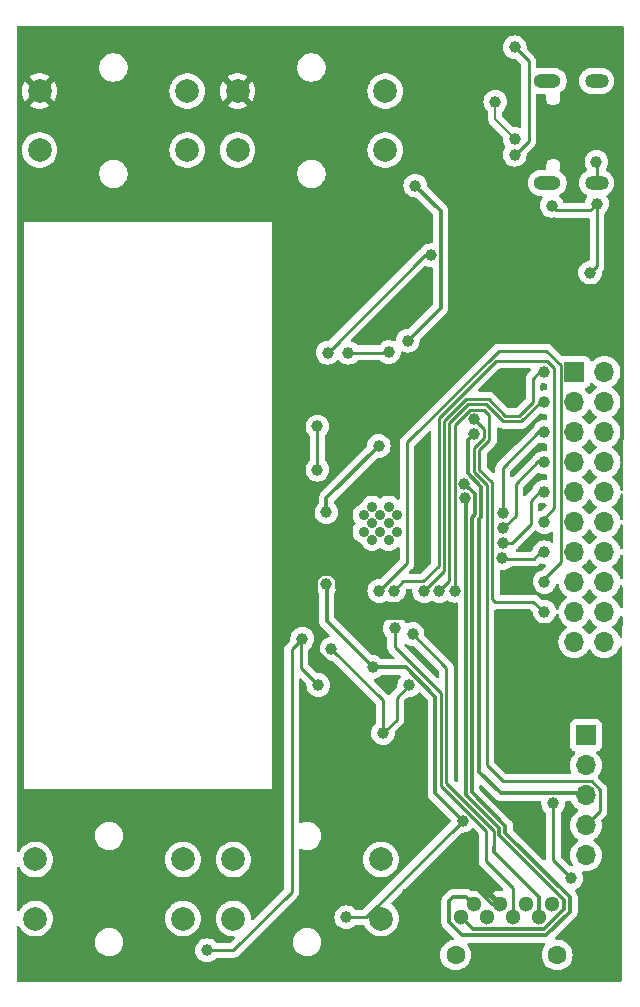
<source format=gbl>
G04 #@! TF.GenerationSoftware,KiCad,Pcbnew,8.0.0*
G04 #@! TF.CreationDate,2024-03-19T09:43:12-05:00*
G04 #@! TF.ProjectId,DesignESP32PCB,44657369-676e-4455-9350-33325043422e,rev?*
G04 #@! TF.SameCoordinates,Original*
G04 #@! TF.FileFunction,Copper,L2,Bot*
G04 #@! TF.FilePolarity,Positive*
%FSLAX46Y46*%
G04 Gerber Fmt 4.6, Leading zero omitted, Abs format (unit mm)*
G04 Created by KiCad (PCBNEW 8.0.0) date 2024-03-19 09:43:12*
%MOMM*%
%LPD*%
G01*
G04 APERTURE LIST*
G04 #@! TA.AperFunction,ComponentPad*
%ADD10R,1.700000X1.700000*%
G04 #@! TD*
G04 #@! TA.AperFunction,ComponentPad*
%ADD11O,1.700000X1.700000*%
G04 #@! TD*
G04 #@! TA.AperFunction,ComponentPad*
%ADD12C,2.000000*%
G04 #@! TD*
G04 #@! TA.AperFunction,HeatsinkPad*
%ADD13C,0.900000*%
G04 #@! TD*
G04 #@! TA.AperFunction,ComponentPad*
%ADD14C,1.300000*%
G04 #@! TD*
G04 #@! TA.AperFunction,ComponentPad*
%ADD15C,1.600000*%
G04 #@! TD*
G04 #@! TA.AperFunction,ComponentPad*
%ADD16O,2.300000X1.200000*%
G04 #@! TD*
G04 #@! TA.AperFunction,ComponentPad*
%ADD17O,2.000000X1.200000*%
G04 #@! TD*
G04 #@! TA.AperFunction,ViaPad*
%ADD18C,1.000000*%
G04 #@! TD*
G04 #@! TA.AperFunction,Conductor*
%ADD19C,0.300000*%
G04 #@! TD*
G04 #@! TA.AperFunction,Conductor*
%ADD20C,0.250000*%
G04 #@! TD*
G04 #@! TA.AperFunction,Conductor*
%ADD21C,0.350000*%
G04 #@! TD*
G04 #@! TA.AperFunction,Conductor*
%ADD22C,0.200000*%
G04 #@! TD*
G04 APERTURE END LIST*
D10*
G04 #@! TO.P,J2,1,Pin_1*
G04 #@! TO.N,/RTS*
X139674600Y-104576800D03*
D11*
G04 #@! TO.P,J2,2,Pin_2*
G04 #@! TO.N,/DTR*
X139674600Y-107116800D03*
G04 #@! TO.P,J2,3,Pin_3*
G04 #@! TO.N,/TX*
X139674600Y-109656800D03*
G04 #@! TO.P,J2,4,Pin_4*
G04 #@! TO.N,/RX*
X139674600Y-112196800D03*
G04 #@! TO.P,J2,5,Pin_5*
G04 #@! TO.N,GND*
X139674600Y-114736800D03*
G04 #@! TD*
D12*
G04 #@! TO.P,SW3,1,1*
G04 #@! TO.N,/3V3*
X93418000Y-50038000D03*
G04 #@! TO.P,SW3,2,2*
G04 #@! TO.N,unconnected-(SW3-Pad2)*
X105918000Y-50038000D03*
G04 #@! TO.P,SW3,3,3*
G04 #@! TO.N,unconnected-(SW3-Pad3)*
X93418000Y-55038000D03*
G04 #@! TO.P,SW3,4,4*
G04 #@! TO.N,Net-(R18-Pad1)*
X105918000Y-55038000D03*
G04 #@! TD*
D13*
G04 #@! TO.P,U2,41,GND*
G04 #@! TO.N,GND*
X121574000Y-88033000D03*
X122974000Y-88033000D03*
X120874000Y-87333000D03*
X122274000Y-87333000D03*
X123674000Y-87333000D03*
X121574000Y-86633000D03*
X122974000Y-86633000D03*
X120874000Y-85933000D03*
X122274000Y-85933000D03*
X123674000Y-85933000D03*
X121574000Y-85233000D03*
X122974000Y-85233000D03*
G04 #@! TD*
D12*
G04 #@! TO.P,SW2,1,1*
G04 #@! TO.N,GND*
X109828000Y-115091901D03*
G04 #@! TO.P,SW2,2,2*
G04 #@! TO.N,unconnected-(SW2-Pad2)*
X122328000Y-115091901D03*
G04 #@! TO.P,SW2,3,3*
G04 #@! TO.N,Net-(C2-Pad1)*
X109828000Y-120091901D03*
G04 #@! TO.P,SW2,4,4*
G04 #@! TO.N,/GPIO0_STRAPPING*
X122328000Y-120091901D03*
G04 #@! TD*
G04 #@! TO.P,SW4,1,1*
G04 #@! TO.N,/3V3*
X110182000Y-50038000D03*
G04 #@! TO.P,SW4,2,2*
G04 #@! TO.N,unconnected-(SW4-Pad2)*
X122682000Y-50038000D03*
G04 #@! TO.P,SW4,3,3*
G04 #@! TO.N,unconnected-(SW4-Pad3)*
X110182000Y-55038000D03*
G04 #@! TO.P,SW4,4,4*
G04 #@! TO.N,Net-(R19-Pad1)*
X122682000Y-55038000D03*
G04 #@! TD*
G04 #@! TO.P,SW1,1,1*
G04 #@! TO.N,GND*
X93064000Y-115091901D03*
G04 #@! TO.P,SW1,2,2*
G04 #@! TO.N,unconnected-(SW1-Pad2)*
X105564000Y-115091901D03*
G04 #@! TO.P,SW1,3,3*
G04 #@! TO.N,Net-(C1-Pad1)*
X93064000Y-120091901D03*
G04 #@! TO.P,SW1,4,4*
G04 #@! TO.N,/ESP32_EN*
X105564000Y-120091901D03*
G04 #@! TD*
D14*
G04 #@! TO.P,J1,1,1*
G04 #@! TO.N,/CS*
X129100000Y-120000000D03*
G04 #@! TO.P,J1,2,2*
G04 #@! TO.N,/MOSI*
X130200000Y-118900000D03*
G04 #@! TO.P,J1,3,3*
G04 #@! TO.N,GND*
X131300000Y-120000000D03*
G04 #@! TO.P,J1,4,4*
G04 #@! TO.N,/3V3*
X132400000Y-118900000D03*
G04 #@! TO.P,J1,5,5*
G04 #@! TO.N,/SCLK*
X133500000Y-120000000D03*
G04 #@! TO.P,J1,6,6*
G04 #@! TO.N,GND*
X134600000Y-118900000D03*
G04 #@! TO.P,J1,7,7*
G04 #@! TO.N,/MISO*
X135700000Y-120000000D03*
G04 #@! TO.P,J1,8,8*
G04 #@! TO.N,unconnected-(J1-Pad8)*
X136800000Y-118900000D03*
D15*
G04 #@! TO.P,J1,MH1,MH1*
G04 #@! TO.N,unconnected-(J1-PadMH1)*
X128650000Y-123170000D03*
G04 #@! TO.P,J1,MH2,MH2*
G04 #@! TO.N,unconnected-(J1-PadMH2)*
X137250000Y-123170000D03*
G04 #@! TD*
D10*
G04 #@! TO.P,J3,1,Pin_1*
G04 #@! TO.N,/GPIO1*
X138709400Y-73812400D03*
D11*
G04 #@! TO.P,J3,2,Pin_2*
G04 #@! TO.N,GND*
X141249400Y-73812400D03*
G04 #@! TO.P,J3,3,Pin_3*
G04 #@! TO.N,/GPIO2*
X138709400Y-76352400D03*
G04 #@! TO.P,J3,4,Pin_4*
G04 #@! TO.N,GND*
X141249400Y-76352400D03*
G04 #@! TO.P,J3,5,Pin_5*
G04 #@! TO.N,/GPIO3*
X138709400Y-78892400D03*
G04 #@! TO.P,J3,6,Pin_6*
G04 #@! TO.N,GND*
X141249400Y-78892400D03*
G04 #@! TO.P,J3,7,Pin_7*
G04 #@! TO.N,/GPIO6*
X138709400Y-81432400D03*
G04 #@! TO.P,J3,8,Pin_8*
G04 #@! TO.N,GND*
X141249400Y-81432400D03*
G04 #@! TO.P,J3,9,Pin_9*
G04 #@! TO.N,/GPIO7*
X138709400Y-83972400D03*
G04 #@! TO.P,J3,10,Pin_10*
G04 #@! TO.N,GND*
X141249400Y-83972400D03*
G04 #@! TO.P,J3,11,Pin_11*
G04 #@! TO.N,/GPIO8*
X138709400Y-86512400D03*
G04 #@! TO.P,J3,12,Pin_12*
G04 #@! TO.N,GND*
X141249400Y-86512400D03*
G04 #@! TO.P,J3,13,Pin_13*
G04 #@! TO.N,/GPIO11*
X138709400Y-89052400D03*
G04 #@! TO.P,J3,14,Pin_14*
G04 #@! TO.N,GND*
X141249400Y-89052400D03*
G04 #@! TO.P,J3,15,Pin_15*
G04 #@! TO.N,/GPIO12*
X138709400Y-91592400D03*
G04 #@! TO.P,J3,16,Pin_16*
G04 #@! TO.N,GND*
X141249400Y-91592400D03*
G04 #@! TO.P,J3,17,Pin_17*
G04 #@! TO.N,/GPIO21*
X138709400Y-94132400D03*
G04 #@! TO.P,J3,18,Pin_18*
G04 #@! TO.N,GND*
X141249400Y-94132400D03*
G04 #@! TO.P,J3,19,Pin_19*
G04 #@! TO.N,/GPIO10*
X138709400Y-96672400D03*
G04 #@! TO.P,J3,20,Pin_20*
G04 #@! TO.N,GND*
X141249400Y-96672400D03*
G04 #@! TD*
D16*
G04 #@! TO.P,JUSB1,S1,SHIELD*
G04 #@! TO.N,GND*
X136395000Y-57820000D03*
D17*
X140575000Y-57820000D03*
D16*
X136395000Y-49180000D03*
D17*
X140575000Y-49180000D03*
G04 #@! TD*
D18*
G04 #@! TO.N,GND*
X125222000Y-58039000D03*
X140030200Y-65405000D03*
X124714000Y-100355400D03*
X118135400Y-97256600D03*
X116941600Y-82092800D03*
X140563600Y-56032400D03*
X140614400Y-59563000D03*
X124587000Y-71170800D03*
X122504200Y-104394000D03*
X136779000Y-59740800D03*
X116941600Y-78435200D03*
G04 #@! TO.N,/ESP32_EN*
X115661164Y-96406346D03*
X107594400Y-122783600D03*
X117017800Y-100330000D03*
G04 #@! TO.N,/3V3*
X134213600Y-104394000D03*
X128150000Y-97250000D03*
X116650000Y-102330000D03*
X134506200Y-96596200D03*
X114706400Y-90932000D03*
X125171200Y-101803200D03*
X124500000Y-118000000D03*
X120942000Y-103098000D03*
G04 #@! TO.N,/5VUSB*
X133654800Y-46329600D03*
X133654800Y-55422800D03*
G04 #@! TO.N,/MOSI*
X129387200Y-83333742D03*
G04 #@! TO.N,/MISO*
X125000000Y-96000000D03*
G04 #@! TO.N,/SCLK*
X123500000Y-95500000D03*
G04 #@! TO.N,/CS*
X129463800Y-84531200D03*
G04 #@! TO.N,/USB_N*
X132003800Y-50952400D03*
X133680200Y-54102000D03*
G04 #@! TO.N,/GPIO1*
X125984000Y-92379800D03*
X136144000Y-73787000D03*
G04 #@! TO.N,/GPIO2*
X127254000Y-92354400D03*
X136169400Y-76377800D03*
G04 #@! TO.N,/GPIO3*
X136169400Y-78867000D03*
X132638800Y-85750400D03*
G04 #@! TO.N,/GPIO6*
X132664200Y-87045800D03*
X136118600Y-81483200D03*
G04 #@! TO.N,/GPIO7*
X132638800Y-88290400D03*
X136144000Y-83947000D03*
G04 #@! TO.N,/GPIO8*
X123418600Y-92329000D03*
X136169400Y-86512400D03*
G04 #@! TO.N,/GPIO11*
X132613400Y-89585800D03*
X136144000Y-89077800D03*
G04 #@! TO.N,/GPIO12*
X136169400Y-91592400D03*
X122174000Y-92354400D03*
G04 #@! TO.N,/GPIO21*
X128562200Y-92341600D03*
X136169400Y-94107000D03*
G04 #@! TO.N,/RX*
X130239000Y-77833002D03*
G04 #@! TO.N,/TX*
X130239000Y-79045636D03*
G04 #@! TO.N,/RTS*
X136906000Y-110337600D03*
X138455400Y-116687600D03*
G04 #@! TO.N,/GPIO0_STRAPPING*
X122140913Y-80088185D03*
X121615200Y-98806000D03*
X119380000Y-119989600D03*
X117710000Y-85699600D03*
X117710000Y-91760000D03*
X129235200Y-111810800D03*
G04 #@! TO.N,/GPIO46_STRAPPING*
X119545936Y-72198664D03*
X122999000Y-72136000D03*
G04 #@! TO.N,/GPIO3_STRAPPING*
X117800000Y-72190000D03*
X126520000Y-63930000D03*
G04 #@! TD*
D19*
G04 #@! TO.N,GND*
X127370000Y-68387800D02*
X127370000Y-60187000D01*
D20*
X123647200Y-101396800D02*
X124688600Y-100355400D01*
X118135400Y-97256600D02*
X122504200Y-101625400D01*
X123647200Y-103251000D02*
X123647200Y-101396800D01*
X140614400Y-59563000D02*
X140614400Y-64820800D01*
X140614400Y-64820800D02*
X140030200Y-65405000D01*
X140575000Y-57820000D02*
X140575000Y-56043800D01*
X137160000Y-60121800D02*
X136779000Y-59740800D01*
X140614400Y-59563000D02*
X140335000Y-59842400D01*
X140575000Y-56043800D02*
X140563600Y-56032400D01*
X116941600Y-82092800D02*
X116941600Y-78435200D01*
X140614400Y-59563000D02*
X140055600Y-60121800D01*
D19*
X124587000Y-71170800D02*
X127370000Y-68387800D01*
X127370000Y-60187000D02*
X125222000Y-58039000D01*
D20*
X122504200Y-104394000D02*
X123647200Y-103251000D01*
X122504200Y-101625400D02*
X122504200Y-104394000D01*
X140055600Y-60121800D02*
X137160000Y-60121800D01*
G04 #@! TO.N,/ESP32_EN*
X109816400Y-122783600D02*
X107594400Y-122783600D01*
X115661164Y-96406346D02*
X115558755Y-96508755D01*
X115558755Y-98870955D02*
X117017800Y-100330000D01*
X114753002Y-97314508D02*
X114753002Y-117846998D01*
X115558755Y-96508755D02*
X115558755Y-98870955D01*
X114753002Y-117846998D02*
X109816400Y-122783600D01*
X115661164Y-96406346D02*
X114753002Y-97314508D01*
D19*
G04 #@! TO.N,/3V3*
X132400000Y-118900000D02*
X131752400Y-118900000D01*
D21*
X125525000Y-94625000D02*
X121087563Y-94625000D01*
X116800000Y-91432563D02*
X116800000Y-97325363D01*
X124500000Y-118000000D02*
X124475000Y-117975000D01*
D19*
X131752400Y-118900000D02*
X130052400Y-117200000D01*
D21*
X121087563Y-94625000D02*
X118585000Y-92122437D01*
D19*
X125300000Y-117200000D02*
X124500000Y-118000000D01*
D21*
X120942000Y-101467363D02*
X120942000Y-103098000D01*
D19*
X130052400Y-117200000D02*
X125300000Y-117200000D01*
D21*
X116800000Y-97325363D02*
X120942000Y-101467363D01*
X117347563Y-90885000D02*
X116800000Y-91432563D01*
X128150000Y-97250000D02*
X125525000Y-94625000D01*
X124525000Y-117975000D02*
X124500000Y-118000000D01*
X118585000Y-92122437D02*
X118585000Y-91397563D01*
X118585000Y-91397563D02*
X118072437Y-90885000D01*
D20*
X134213600Y-104394000D02*
X134213600Y-96647000D01*
D21*
X124475000Y-117975000D02*
X124444901Y-117975000D01*
D20*
X134213600Y-96647000D02*
X134264400Y-96596200D01*
D21*
X118072437Y-90885000D02*
X117347563Y-90885000D01*
D20*
G04 #@! TO.N,/5VUSB*
X133654800Y-55422800D02*
X134823200Y-54254400D01*
X134823200Y-47498000D02*
X133654800Y-46329600D01*
X134823200Y-54254400D02*
X134823200Y-47498000D01*
D19*
G04 #@! TO.N,/MOSI*
X138320400Y-119500920D02*
X136315720Y-121505600D01*
X138320400Y-118299080D02*
X138320400Y-119500920D01*
X130014600Y-109408219D02*
X132851800Y-112245420D01*
X128449999Y-118250001D02*
X129550001Y-118250001D01*
X130313800Y-85866082D02*
X130014600Y-86165282D01*
X128100000Y-118600000D02*
X128449999Y-118250001D01*
X130313800Y-84179118D02*
X130313800Y-85866082D01*
X128100000Y-120414214D02*
X128100000Y-118600000D01*
X132851800Y-112245420D02*
X132851800Y-112830480D01*
X129387200Y-83333742D02*
X129734658Y-83681200D01*
X129734658Y-83681200D02*
X129815882Y-83681200D01*
X132851800Y-112830480D02*
X138320400Y-118299080D01*
X129191386Y-121505600D02*
X128100000Y-120414214D01*
X136315720Y-121505600D02*
X129191386Y-121505600D01*
X129815882Y-83681200D02*
X130313800Y-84179118D01*
X130014600Y-86165282D02*
X130014600Y-109408219D01*
X129550001Y-118250001D02*
X130200000Y-118900000D01*
G04 #@! TO.N,/MISO*
X135525000Y-119825000D02*
X135700000Y-120000000D01*
X135700000Y-120000000D02*
X135700000Y-118301000D01*
X131876800Y-114477800D02*
X131876800Y-114050000D01*
D20*
X127850000Y-108622477D02*
X127850000Y-98850000D01*
X127850000Y-98850000D02*
X125000000Y-96000000D01*
D19*
X135700000Y-118301000D02*
X131876800Y-114477800D01*
D20*
X131876800Y-114050000D02*
X131876800Y-112649277D01*
X131876800Y-112649277D02*
X127850000Y-108622477D01*
G04 #@! TO.N,/SCLK*
X127400000Y-108858000D02*
X127400000Y-101000000D01*
X127449127Y-108858000D02*
X127400000Y-108858000D01*
X127400000Y-101000000D02*
X123500000Y-97100000D01*
X123500000Y-97100000D02*
X123500000Y-95500000D01*
X133500000Y-117518000D02*
X131242000Y-115260000D01*
X131242000Y-112650873D02*
X127449127Y-108858000D01*
X131242000Y-115260000D02*
X131242000Y-112650873D01*
X133500000Y-120000000D02*
X133500000Y-117518000D01*
D19*
G04 #@! TO.N,/CS*
X129463800Y-84531200D02*
X129514600Y-84582000D01*
X129514600Y-84582000D02*
X129514600Y-109615325D01*
X132351800Y-113037586D02*
X137820400Y-118506186D01*
X137820400Y-119293814D02*
X136108614Y-121005600D01*
X130105600Y-121005600D02*
X129100000Y-120000000D01*
X129514600Y-109615325D02*
X132351800Y-112452526D01*
X136108614Y-121005600D02*
X130105600Y-121005600D01*
X137820400Y-118506186D02*
X137820400Y-119293814D01*
X132351800Y-112452526D02*
X132351800Y-113037586D01*
D22*
G04 #@! TO.N,/USB_N*
X133680200Y-54102000D02*
X132003800Y-52425600D01*
X132003800Y-52425600D02*
X132003800Y-50952400D01*
D20*
G04 #@! TO.N,/GPIO1*
X132844792Y-77520800D02*
X131431994Y-76108002D01*
X134019705Y-77520800D02*
X132844792Y-77520800D01*
X131431994Y-76108002D02*
X129504998Y-76108002D01*
X127662200Y-90701600D02*
X125984000Y-92379800D01*
X135915400Y-73685400D02*
X135204200Y-74396600D01*
X127662200Y-77950800D02*
X127662200Y-90701600D01*
X135915400Y-73685400D02*
X135804495Y-73685400D01*
X135204200Y-76336305D02*
X134019705Y-77520800D01*
X135204200Y-74396600D02*
X135204200Y-76336305D01*
X129504998Y-76108002D02*
X127662200Y-77950800D01*
G04 #@! TO.N,/GPIO2*
X129710877Y-76558002D02*
X128112200Y-78156679D01*
X128112200Y-91496200D02*
X127254000Y-92354400D01*
X135940800Y-76276200D02*
X134213600Y-78003400D01*
X131245598Y-76558002D02*
X129710877Y-76558002D01*
X134213600Y-78003400D02*
X132690996Y-78003400D01*
X128112200Y-78156679D02*
X128112200Y-91496200D01*
X132690996Y-78003400D02*
X131245598Y-76558002D01*
G04 #@! TO.N,/GPIO3*
X132638800Y-81956495D02*
X132638800Y-85750400D01*
X135940800Y-78765400D02*
X135829895Y-78765400D01*
X135829895Y-78765400D02*
X132638800Y-81956495D01*
G04 #@! TO.N,/GPIO6*
X133731000Y-85979000D02*
X132664200Y-87045800D01*
X135661400Y-81381600D02*
X133731000Y-83312000D01*
X133731000Y-83312000D02*
X133731000Y-85979000D01*
X135890000Y-81381600D02*
X135661400Y-81381600D01*
G04 #@! TO.N,/GPIO7*
X133410105Y-88290400D02*
X132638800Y-88290400D01*
X134989400Y-86711105D02*
X133410105Y-88290400D01*
X135915400Y-83845400D02*
X134989400Y-84771400D01*
X134989400Y-84771400D02*
X134989400Y-86711105D01*
G04 #@! TO.N,/GPIO8*
X123418600Y-92329000D02*
X124206000Y-91541600D01*
X136396327Y-72872600D02*
X136994400Y-73470673D01*
X136994400Y-85357200D02*
X135940800Y-86410800D01*
X136994400Y-73470673D02*
X136994400Y-85357200D01*
X132080000Y-72872600D02*
X136396327Y-72872600D01*
X127212200Y-90237200D02*
X127212200Y-77740400D01*
X124206000Y-91541600D02*
X125907800Y-91541600D01*
X125907800Y-91541600D02*
X127212200Y-90237200D01*
X127212200Y-77740400D02*
X132080000Y-72872600D01*
G04 #@! TO.N,/GPIO11*
X132613400Y-89585800D02*
X132678000Y-89650400D01*
X135241200Y-89650400D02*
X135915400Y-88976200D01*
X132678000Y-89650400D02*
X135241200Y-89650400D01*
G04 #@! TO.N,/GPIO12*
X137534400Y-89884000D02*
X137534400Y-73247000D01*
X137541000Y-89890600D02*
X137534400Y-89884000D01*
X136321800Y-72034400D02*
X132281804Y-72034400D01*
X124536200Y-89992200D02*
X122174000Y-92354400D01*
X137534400Y-73247000D02*
X136321800Y-72034400D01*
X132281804Y-72034400D02*
X124536200Y-79780004D01*
X135940800Y-91490800D02*
X137541000Y-89890600D01*
X124536200Y-79780004D02*
X124536200Y-89992200D01*
G04 #@! TO.N,/GPIO21*
X130657600Y-82093912D02*
X131738800Y-83175113D01*
X131738800Y-83175113D02*
X131738800Y-93080000D01*
X131738800Y-93080000D02*
X131953000Y-93294200D01*
X130657600Y-80430159D02*
X130657600Y-82093912D01*
X131059202Y-77008002D02*
X131514000Y-77462800D01*
X128562200Y-78343075D02*
X129897273Y-77008002D01*
X131514000Y-79573759D02*
X130657600Y-80430159D01*
X131953000Y-93294200D02*
X135229600Y-93294200D01*
X135229600Y-93294200D02*
X135940800Y-94005400D01*
X129897273Y-77008002D02*
X131059202Y-77008002D01*
X128562200Y-92341600D02*
X128562200Y-78343075D01*
X131514000Y-77462800D02*
X131514000Y-79573759D01*
G04 #@! TO.N,/RX*
X131288800Y-83361509D02*
X131288800Y-107108000D01*
X132662600Y-108481800D02*
X140161301Y-108481800D01*
X140161301Y-108481800D02*
X140849600Y-109170099D01*
X130175000Y-82247708D02*
X131288800Y-83361509D01*
X131064000Y-79387363D02*
X130175000Y-80276363D01*
X140849600Y-109170099D02*
X140849600Y-111021800D01*
X140849600Y-111021800D02*
X139674600Y-112196800D01*
X130175000Y-80276363D02*
X130175000Y-82247708D01*
X130239000Y-77833002D02*
X131064000Y-78658002D01*
X131288800Y-107108000D02*
X132662600Y-108481800D01*
X131064000Y-78658002D02*
X131064000Y-79387363D01*
D19*
G04 #@! TO.N,/TX*
X130239000Y-79045636D02*
X129667000Y-79617636D01*
X130813800Y-86073189D02*
X130657600Y-86229389D01*
X130657600Y-86229389D02*
X130657600Y-107670600D01*
X130657600Y-107670600D02*
X132474600Y-109487600D01*
X139505400Y-109487600D02*
X139674600Y-109656800D01*
X129667000Y-82411460D02*
X130813800Y-83558260D01*
X132474600Y-109487600D02*
X139505400Y-109487600D01*
X130813800Y-83558260D02*
X130813800Y-86073189D01*
X129667000Y-79617636D02*
X129667000Y-82411460D01*
D20*
G04 #@! TO.N,/RTS*
X138404600Y-116738400D02*
X138404600Y-116967000D01*
X136906000Y-115138200D02*
X136906000Y-110337600D01*
X138455400Y-116687600D02*
X138404600Y-116738400D01*
X138455400Y-116687600D02*
X136906000Y-115138200D01*
G04 #@! TO.N,/GPIO0_STRAPPING*
X121056400Y-119989600D02*
X119380000Y-119989600D01*
D19*
X124434600Y-98806000D02*
X126925000Y-101296400D01*
X117714800Y-94905600D02*
X117714800Y-91834800D01*
X117640000Y-91760000D02*
X117670000Y-91790000D01*
X117710000Y-84519098D02*
X122140913Y-80088185D01*
X117710000Y-91760000D02*
X117640000Y-91760000D01*
X117710000Y-85699600D02*
X117710000Y-84519098D01*
D20*
X129235200Y-111810800D02*
X121056400Y-119989600D01*
D19*
X121615200Y-98806000D02*
X121742000Y-98932800D01*
X117714800Y-91834800D02*
X117710000Y-91830000D01*
X121615200Y-98806000D02*
X117714800Y-94905600D01*
X117710000Y-91830000D02*
X117710000Y-91760000D01*
X121615200Y-98806000D02*
X124434600Y-98806000D01*
X126925000Y-109500600D02*
X129235200Y-111810800D01*
X126925000Y-101296400D02*
X126925000Y-109500600D01*
D20*
G04 #@! TO.N,/GPIO46_STRAPPING*
X119545936Y-72198664D02*
X119500000Y-72244600D01*
X122936336Y-72198664D02*
X119545936Y-72198664D01*
X122999000Y-72136000D02*
X122936336Y-72198664D01*
G04 #@! TO.N,/GPIO3_STRAPPING*
X126520000Y-63930000D02*
X126060000Y-63930000D01*
X126060000Y-63930000D02*
X117800000Y-72190000D01*
X117800000Y-72190000D02*
X117840000Y-72150000D01*
G04 #@! TD*
G04 #@! TA.AperFunction,Conductor*
G04 #@! TO.N,/3V3*
G36*
X142807339Y-44516185D02*
G01*
X142853094Y-44568989D01*
X142864300Y-44620500D01*
X142864300Y-77832690D01*
X142864298Y-77833305D01*
X142846821Y-81356330D01*
X142826805Y-81423271D01*
X142812794Y-81435290D01*
X142843585Y-81493869D01*
X142846014Y-81518917D01*
X142834897Y-83760043D01*
X142814881Y-83826984D01*
X142761850Y-83872476D01*
X142692643Y-83882077D01*
X142629232Y-83852737D01*
X142591750Y-83793772D01*
X142587371Y-83770234D01*
X142584463Y-83736992D01*
X142535809Y-83555412D01*
X142523305Y-83508744D01*
X142523304Y-83508743D01*
X142523303Y-83508737D01*
X142423435Y-83294571D01*
X142417825Y-83286558D01*
X142287894Y-83100997D01*
X142120802Y-82933906D01*
X142120796Y-82933901D01*
X141935242Y-82803975D01*
X141891617Y-82749398D01*
X141884423Y-82679900D01*
X141915946Y-82617545D01*
X141935242Y-82600825D01*
X142024421Y-82538381D01*
X142120801Y-82470895D01*
X142287895Y-82303801D01*
X142423435Y-82110230D01*
X142523303Y-81896063D01*
X142584463Y-81667808D01*
X142598489Y-81507492D01*
X142623940Y-81442426D01*
X142632857Y-81435968D01*
X142603674Y-81390059D01*
X142599295Y-81366522D01*
X142584463Y-81196992D01*
X142523303Y-80968737D01*
X142423435Y-80754571D01*
X142417825Y-80746558D01*
X142287894Y-80560997D01*
X142120802Y-80393906D01*
X142120796Y-80393901D01*
X141935242Y-80263975D01*
X141891617Y-80209398D01*
X141884423Y-80139900D01*
X141915946Y-80077545D01*
X141935242Y-80060825D01*
X142061390Y-79972495D01*
X142120801Y-79930895D01*
X142287895Y-79763801D01*
X142423435Y-79570230D01*
X142523303Y-79356063D01*
X142584463Y-79127808D01*
X142605059Y-78892400D01*
X142584463Y-78656992D01*
X142526305Y-78439942D01*
X142523305Y-78428744D01*
X142523304Y-78428743D01*
X142523303Y-78428737D01*
X142423435Y-78214571D01*
X142417825Y-78206558D01*
X142287894Y-78020997D01*
X142120802Y-77853906D01*
X142120796Y-77853901D01*
X141935242Y-77723975D01*
X141891617Y-77669398D01*
X141884423Y-77599900D01*
X141915946Y-77537545D01*
X141935242Y-77520825D01*
X142037567Y-77449176D01*
X142120801Y-77390895D01*
X142287895Y-77223801D01*
X142423435Y-77030230D01*
X142523303Y-76816063D01*
X142584463Y-76587808D01*
X142605059Y-76352400D01*
X142584463Y-76116992D01*
X142523303Y-75888737D01*
X142423435Y-75674571D01*
X142417825Y-75666558D01*
X142287894Y-75480997D01*
X142120802Y-75313906D01*
X142120796Y-75313901D01*
X141935242Y-75183975D01*
X141891617Y-75129398D01*
X141884423Y-75059900D01*
X141915946Y-74997545D01*
X141935242Y-74980825D01*
X141957426Y-74965291D01*
X142120801Y-74850895D01*
X142287895Y-74683801D01*
X142423435Y-74490230D01*
X142523303Y-74276063D01*
X142584463Y-74047808D01*
X142605059Y-73812400D01*
X142584463Y-73576992D01*
X142523303Y-73348737D01*
X142423435Y-73134571D01*
X142418469Y-73127478D01*
X142287894Y-72940997D01*
X142120802Y-72773906D01*
X142120795Y-72773901D01*
X141927234Y-72638367D01*
X141927230Y-72638365D01*
X141927228Y-72638364D01*
X141713063Y-72538497D01*
X141713059Y-72538496D01*
X141713055Y-72538494D01*
X141484813Y-72477338D01*
X141484803Y-72477336D01*
X141249401Y-72456741D01*
X141249399Y-72456741D01*
X141013996Y-72477336D01*
X141013986Y-72477338D01*
X140785744Y-72538494D01*
X140785735Y-72538498D01*
X140571571Y-72638364D01*
X140571569Y-72638365D01*
X140378000Y-72773903D01*
X140256073Y-72895830D01*
X140194750Y-72929314D01*
X140125058Y-72924330D01*
X140069125Y-72882458D01*
X140052210Y-72851481D01*
X140003197Y-72720071D01*
X140003193Y-72720064D01*
X139916947Y-72604855D01*
X139916944Y-72604852D01*
X139801735Y-72518606D01*
X139801728Y-72518602D01*
X139666882Y-72468308D01*
X139666883Y-72468308D01*
X139607283Y-72461901D01*
X139607281Y-72461900D01*
X139607273Y-72461900D01*
X139607264Y-72461900D01*
X137811529Y-72461900D01*
X137811523Y-72461901D01*
X137751916Y-72468308D01*
X137745283Y-72470783D01*
X137675592Y-72475765D01*
X137614272Y-72442281D01*
X136814728Y-71642738D01*
X136814725Y-71642734D01*
X136814725Y-71642735D01*
X136807658Y-71635668D01*
X136807658Y-71635667D01*
X136720533Y-71548542D01*
X136663599Y-71510500D01*
X136663600Y-71510500D01*
X136663598Y-71510498D01*
X136618090Y-71480090D01*
X136618086Y-71480088D01*
X136615739Y-71479116D01*
X136537592Y-71446747D01*
X136504253Y-71432937D01*
X136494227Y-71430943D01*
X136443829Y-71420918D01*
X136383410Y-71408900D01*
X136383407Y-71408900D01*
X136383406Y-71408900D01*
X132343411Y-71408900D01*
X132220197Y-71408900D01*
X132220193Y-71408900D01*
X132159775Y-71420918D01*
X132116547Y-71429516D01*
X132099350Y-71432937D01*
X131985520Y-71480087D01*
X131985511Y-71480092D01*
X131883072Y-71548540D01*
X131858449Y-71573164D01*
X131795946Y-71635667D01*
X131795943Y-71635670D01*
X124137470Y-79294143D01*
X124137467Y-79294146D01*
X124093904Y-79337708D01*
X124050342Y-79381270D01*
X124023646Y-79421224D01*
X124023645Y-79421223D01*
X123981887Y-79483719D01*
X123970110Y-79512153D01*
X123952956Y-79553567D01*
X123934738Y-79597548D01*
X123934735Y-79597560D01*
X123910700Y-79718395D01*
X123910700Y-84529532D01*
X123891015Y-84596571D01*
X123838211Y-84642326D01*
X123769053Y-84652270D01*
X123705497Y-84623245D01*
X123690847Y-84608198D01*
X123673074Y-84586542D01*
X123649357Y-84557643D01*
X123649355Y-84557641D01*
X123649354Y-84557640D01*
X123504626Y-84438864D01*
X123504623Y-84438862D01*
X123339502Y-84350604D01*
X123160333Y-84296253D01*
X123160331Y-84296252D01*
X122974000Y-84277901D01*
X122787668Y-84296252D01*
X122787666Y-84296253D01*
X122608497Y-84350604D01*
X122443376Y-84438862D01*
X122443373Y-84438865D01*
X122352665Y-84513307D01*
X122288355Y-84540620D01*
X122219487Y-84528829D01*
X122195335Y-84513307D01*
X122117367Y-84449321D01*
X122104625Y-84438864D01*
X122104623Y-84438862D01*
X121939502Y-84350604D01*
X121760333Y-84296253D01*
X121760331Y-84296252D01*
X121574000Y-84277901D01*
X121387668Y-84296252D01*
X121387666Y-84296253D01*
X121208497Y-84350604D01*
X121043376Y-84438862D01*
X121043373Y-84438864D01*
X120898642Y-84557642D01*
X120779864Y-84702373D01*
X120779862Y-84702376D01*
X120691604Y-84867496D01*
X120668226Y-84944563D01*
X120629928Y-85003001D01*
X120585563Y-85027226D01*
X120508496Y-85050604D01*
X120343376Y-85138862D01*
X120343373Y-85138864D01*
X120198642Y-85257642D01*
X120079864Y-85402373D01*
X120079862Y-85402376D01*
X119991604Y-85567497D01*
X119937253Y-85746666D01*
X119937252Y-85746668D01*
X119918901Y-85933000D01*
X119937252Y-86119331D01*
X119937253Y-86119333D01*
X119991604Y-86298502D01*
X120079862Y-86463623D01*
X120079865Y-86463626D01*
X120154307Y-86554335D01*
X120181620Y-86618645D01*
X120169829Y-86687513D01*
X120154307Y-86711665D01*
X120079865Y-86802373D01*
X120079862Y-86802376D01*
X119991604Y-86967497D01*
X119937253Y-87146666D01*
X119937252Y-87146668D01*
X119918901Y-87333000D01*
X119937252Y-87519331D01*
X119937253Y-87519333D01*
X119991604Y-87698502D01*
X120079862Y-87863623D01*
X120079864Y-87863626D01*
X120198642Y-88008357D01*
X120343373Y-88127135D01*
X120343376Y-88127137D01*
X120432546Y-88174798D01*
X120508499Y-88215396D01*
X120585562Y-88238772D01*
X120643999Y-88277068D01*
X120668226Y-88321436D01*
X120691604Y-88398502D01*
X120779862Y-88563623D01*
X120779864Y-88563626D01*
X120898642Y-88708357D01*
X121043373Y-88827135D01*
X121043376Y-88827137D01*
X121186956Y-88903881D01*
X121208499Y-88915396D01*
X121387666Y-88969746D01*
X121387668Y-88969747D01*
X121404374Y-88971392D01*
X121574000Y-88988099D01*
X121760331Y-88969747D01*
X121939501Y-88915396D01*
X122104625Y-88827136D01*
X122195335Y-88752691D01*
X122259644Y-88725378D01*
X122328512Y-88737169D01*
X122352661Y-88752689D01*
X122392660Y-88785515D01*
X122443372Y-88827134D01*
X122443376Y-88827137D01*
X122586956Y-88903881D01*
X122608499Y-88915396D01*
X122787666Y-88969746D01*
X122787668Y-88969747D01*
X122804374Y-88971392D01*
X122974000Y-88988099D01*
X123160331Y-88969747D01*
X123339501Y-88915396D01*
X123504625Y-88827136D01*
X123649357Y-88708357D01*
X123673517Y-88678918D01*
X123690847Y-88657802D01*
X123748592Y-88618468D01*
X123818437Y-88616597D01*
X123878205Y-88652785D01*
X123908921Y-88715540D01*
X123910700Y-88736467D01*
X123910700Y-89681747D01*
X123891015Y-89748786D01*
X123874381Y-89769428D01*
X122325394Y-91318414D01*
X122264071Y-91351899D01*
X122225562Y-91354136D01*
X122174003Y-91349059D01*
X122174000Y-91349059D01*
X121977870Y-91368375D01*
X121789266Y-91425588D01*
X121615467Y-91518486D01*
X121615460Y-91518490D01*
X121463116Y-91643516D01*
X121338090Y-91795860D01*
X121338086Y-91795867D01*
X121245188Y-91969666D01*
X121187975Y-92158270D01*
X121168659Y-92354400D01*
X121187975Y-92550529D01*
X121245188Y-92739133D01*
X121338086Y-92912932D01*
X121338090Y-92912939D01*
X121463116Y-93065283D01*
X121615460Y-93190309D01*
X121615467Y-93190313D01*
X121789266Y-93283211D01*
X121789269Y-93283211D01*
X121789273Y-93283214D01*
X121977868Y-93340424D01*
X122174000Y-93359741D01*
X122370132Y-93340424D01*
X122558727Y-93283214D01*
X122732538Y-93190310D01*
X122737523Y-93186218D01*
X122801829Y-93158900D01*
X122870698Y-93170685D01*
X122874648Y-93172707D01*
X123033867Y-93257811D01*
X123033873Y-93257814D01*
X123222468Y-93315024D01*
X123418600Y-93334341D01*
X123614732Y-93315024D01*
X123803327Y-93257814D01*
X123977138Y-93164910D01*
X124129483Y-93039883D01*
X124254510Y-92887538D01*
X124333834Y-92739133D01*
X124347411Y-92713733D01*
X124347411Y-92713732D01*
X124347414Y-92713727D01*
X124404624Y-92525132D01*
X124423941Y-92329000D01*
X124421405Y-92303254D01*
X124434424Y-92234609D01*
X124482488Y-92183898D01*
X124544808Y-92167100D01*
X124862795Y-92167100D01*
X124929834Y-92186785D01*
X124975589Y-92239589D01*
X124986198Y-92303254D01*
X124978659Y-92379799D01*
X124997975Y-92575929D01*
X124997976Y-92575932D01*
X125047712Y-92739890D01*
X125055188Y-92764533D01*
X125148086Y-92938332D01*
X125148090Y-92938339D01*
X125273116Y-93090683D01*
X125425460Y-93215709D01*
X125425467Y-93215713D01*
X125599266Y-93308611D01*
X125599269Y-93308611D01*
X125599273Y-93308614D01*
X125787868Y-93365824D01*
X125984000Y-93385141D01*
X126180132Y-93365824D01*
X126368727Y-93308614D01*
X126542538Y-93215710D01*
X126557546Y-93203392D01*
X126621851Y-93176077D01*
X126690719Y-93187865D01*
X126694666Y-93189885D01*
X126869267Y-93283211D01*
X126869273Y-93283214D01*
X127057868Y-93340424D01*
X127254000Y-93359741D01*
X127450132Y-93340424D01*
X127638727Y-93283214D01*
X127812538Y-93190310D01*
X127837233Y-93170042D01*
X127901539Y-93142729D01*
X127970407Y-93154518D01*
X127994559Y-93170040D01*
X128003662Y-93177510D01*
X128003663Y-93177510D01*
X128003665Y-93177512D01*
X128003668Y-93177514D01*
X128177466Y-93270411D01*
X128177469Y-93270411D01*
X128177473Y-93270414D01*
X128366068Y-93327624D01*
X128562200Y-93346941D01*
X128727948Y-93330616D01*
X128796592Y-93343635D01*
X128847302Y-93391700D01*
X128864100Y-93454019D01*
X128864100Y-108452625D01*
X128844415Y-108519664D01*
X128791611Y-108565419D01*
X128722453Y-108575363D01*
X128658897Y-108546338D01*
X128652419Y-108540306D01*
X128511819Y-108399706D01*
X128478334Y-108338383D01*
X128475500Y-108312025D01*
X128475500Y-98917741D01*
X128475501Y-98917720D01*
X128475501Y-98788391D01*
X128451464Y-98667554D01*
X128451463Y-98667553D01*
X128451463Y-98667549D01*
X128438862Y-98637128D01*
X128412991Y-98574669D01*
X128404312Y-98553715D01*
X128335858Y-98451267D01*
X128335855Y-98451263D01*
X126035984Y-96151394D01*
X126002499Y-96090071D01*
X126000262Y-96051562D01*
X126005341Y-96000000D01*
X125986024Y-95803868D01*
X125928814Y-95615273D01*
X125928811Y-95615269D01*
X125928811Y-95615266D01*
X125835913Y-95441467D01*
X125835909Y-95441460D01*
X125710883Y-95289116D01*
X125558539Y-95164090D01*
X125558532Y-95164086D01*
X125384733Y-95071188D01*
X125384727Y-95071186D01*
X125196132Y-95013976D01*
X125196129Y-95013975D01*
X125000000Y-94994659D01*
X124803870Y-95013975D01*
X124731888Y-95035811D01*
X124615273Y-95071186D01*
X124615270Y-95071187D01*
X124615268Y-95071188D01*
X124561276Y-95100047D01*
X124492873Y-95114288D01*
X124427629Y-95089287D01*
X124393466Y-95049141D01*
X124335913Y-94941467D01*
X124335909Y-94941460D01*
X124210883Y-94789116D01*
X124058539Y-94664090D01*
X124058532Y-94664086D01*
X123884733Y-94571188D01*
X123884727Y-94571186D01*
X123696132Y-94513976D01*
X123696129Y-94513975D01*
X123500000Y-94494659D01*
X123303870Y-94513975D01*
X123115266Y-94571188D01*
X122941467Y-94664086D01*
X122941460Y-94664090D01*
X122789116Y-94789116D01*
X122664090Y-94941460D01*
X122664086Y-94941467D01*
X122571188Y-95115266D01*
X122513975Y-95303870D01*
X122494659Y-95500000D01*
X122513975Y-95696129D01*
X122571188Y-95884733D01*
X122664086Y-96058532D01*
X122664090Y-96058539D01*
X122789117Y-96210884D01*
X122829163Y-96243748D01*
X122868499Y-96301493D01*
X122874500Y-96339602D01*
X122874500Y-97161611D01*
X122898535Y-97282444D01*
X122898540Y-97282461D01*
X122945685Y-97396280D01*
X122945686Y-97396282D01*
X122945688Y-97396286D01*
X122965190Y-97425472D01*
X123014141Y-97498732D01*
X123014144Y-97498736D01*
X123105586Y-97590178D01*
X123105608Y-97590198D01*
X123459229Y-97943819D01*
X123492714Y-98005142D01*
X123487730Y-98074834D01*
X123445858Y-98130767D01*
X123380394Y-98155184D01*
X123371548Y-98155500D01*
X122434286Y-98155500D01*
X122367247Y-98135815D01*
X122338432Y-98110164D01*
X122326082Y-98095116D01*
X122173739Y-97970090D01*
X122173732Y-97970086D01*
X121999933Y-97877188D01*
X121999927Y-97877186D01*
X121811332Y-97819976D01*
X121811329Y-97819975D01*
X121615200Y-97800659D01*
X121595825Y-97802567D01*
X121527179Y-97789547D01*
X121495991Y-97766845D01*
X118401619Y-94672473D01*
X118368134Y-94611150D01*
X118365300Y-94584792D01*
X118365300Y-92575146D01*
X118384985Y-92508107D01*
X118410639Y-92479290D01*
X118420883Y-92470883D01*
X118545909Y-92318539D01*
X118545913Y-92318532D01*
X118638811Y-92144733D01*
X118638811Y-92144732D01*
X118638814Y-92144727D01*
X118696024Y-91956132D01*
X118715341Y-91760000D01*
X118696024Y-91563868D01*
X118638814Y-91375273D01*
X118638811Y-91375269D01*
X118638811Y-91375266D01*
X118545913Y-91201467D01*
X118545909Y-91201460D01*
X118420883Y-91049116D01*
X118268539Y-90924090D01*
X118268532Y-90924086D01*
X118094733Y-90831188D01*
X118094727Y-90831186D01*
X117968997Y-90793046D01*
X117906129Y-90773975D01*
X117710000Y-90754659D01*
X117513870Y-90773975D01*
X117325266Y-90831188D01*
X117151467Y-90924086D01*
X117151460Y-90924090D01*
X116999116Y-91049116D01*
X116874090Y-91201460D01*
X116874086Y-91201467D01*
X116781188Y-91375266D01*
X116723975Y-91563870D01*
X116704659Y-91760000D01*
X116723975Y-91956129D01*
X116728084Y-91969673D01*
X116754287Y-92056055D01*
X116781188Y-92144733D01*
X116874086Y-92318532D01*
X116874090Y-92318539D01*
X116999115Y-92470882D01*
X117018963Y-92487170D01*
X117058299Y-92544915D01*
X117064300Y-92583024D01*
X117064300Y-94969671D01*
X117084493Y-95071183D01*
X117084493Y-95071184D01*
X117089297Y-95095337D01*
X117089300Y-95095347D01*
X117138332Y-95213723D01*
X117138335Y-95213727D01*
X117198564Y-95303868D01*
X117209526Y-95320273D01*
X117209527Y-95320274D01*
X117962208Y-96072954D01*
X117995693Y-96134277D01*
X117990709Y-96203968D01*
X117948837Y-96259902D01*
X117910523Y-96279295D01*
X117750671Y-96327786D01*
X117576867Y-96420686D01*
X117576860Y-96420690D01*
X117424516Y-96545716D01*
X117299490Y-96698060D01*
X117299486Y-96698067D01*
X117206588Y-96871866D01*
X117206586Y-96871873D01*
X117149376Y-97060468D01*
X117141931Y-97136056D01*
X117130059Y-97256600D01*
X117149375Y-97452729D01*
X117206588Y-97641333D01*
X117299486Y-97815132D01*
X117299490Y-97815139D01*
X117424516Y-97967483D01*
X117576860Y-98092509D01*
X117576867Y-98092513D01*
X117750666Y-98185411D01*
X117750669Y-98185411D01*
X117750673Y-98185414D01*
X117939268Y-98242624D01*
X118135400Y-98261941D01*
X118186960Y-98256862D01*
X118255603Y-98269880D01*
X118286794Y-98292584D01*
X121842381Y-101848171D01*
X121875866Y-101909494D01*
X121878700Y-101935852D01*
X121878700Y-103554397D01*
X121859015Y-103621436D01*
X121833366Y-103650249D01*
X121793314Y-103683118D01*
X121668290Y-103835460D01*
X121668286Y-103835467D01*
X121575388Y-104009266D01*
X121518175Y-104197870D01*
X121498859Y-104394000D01*
X121518175Y-104590129D01*
X121575388Y-104778733D01*
X121668286Y-104952532D01*
X121668290Y-104952539D01*
X121793316Y-105104883D01*
X121945660Y-105229909D01*
X121945667Y-105229913D01*
X122119466Y-105322811D01*
X122119469Y-105322811D01*
X122119473Y-105322814D01*
X122308068Y-105380024D01*
X122504200Y-105399341D01*
X122700332Y-105380024D01*
X122888927Y-105322814D01*
X123062738Y-105229910D01*
X123215083Y-105104883D01*
X123340110Y-104952538D01*
X123433014Y-104778727D01*
X123490224Y-104590132D01*
X123509541Y-104394000D01*
X123504462Y-104342437D01*
X123517480Y-104273794D01*
X123540181Y-104242607D01*
X124045929Y-103736860D01*
X124045933Y-103736858D01*
X124133058Y-103649733D01*
X124167284Y-103598509D01*
X124201512Y-103547286D01*
X124248663Y-103433451D01*
X124272700Y-103312607D01*
X124272700Y-103189393D01*
X124272700Y-101707251D01*
X124292385Y-101640212D01*
X124309015Y-101619574D01*
X124539483Y-101389105D01*
X124600804Y-101355622D01*
X124639313Y-101353385D01*
X124714000Y-101360741D01*
X124910132Y-101341424D01*
X125098727Y-101284214D01*
X125272538Y-101191310D01*
X125424883Y-101066283D01*
X125495879Y-100979775D01*
X125553625Y-100940441D01*
X125623469Y-100938570D01*
X125679413Y-100970759D01*
X126238181Y-101529527D01*
X126271666Y-101590850D01*
X126274500Y-101617208D01*
X126274500Y-109564671D01*
X126296913Y-109677344D01*
X126296914Y-109677347D01*
X126299498Y-109690343D01*
X126348534Y-109808725D01*
X126419726Y-109915273D01*
X126419727Y-109915274D01*
X128196045Y-111691590D01*
X128229530Y-111752913D01*
X128231767Y-111791423D01*
X128229859Y-111810798D01*
X128229859Y-111810802D01*
X128234936Y-111862361D01*
X128221916Y-111931007D01*
X128199214Y-111962194D01*
X120833629Y-119327781D01*
X120772306Y-119361266D01*
X120745948Y-119364100D01*
X120219603Y-119364100D01*
X120152564Y-119344415D01*
X120123750Y-119318765D01*
X120090883Y-119278716D01*
X119938539Y-119153690D01*
X119938532Y-119153686D01*
X119764733Y-119060788D01*
X119764727Y-119060786D01*
X119576132Y-119003576D01*
X119576129Y-119003575D01*
X119380000Y-118984259D01*
X119183870Y-119003575D01*
X118995266Y-119060788D01*
X118821467Y-119153686D01*
X118821460Y-119153690D01*
X118669116Y-119278716D01*
X118544090Y-119431060D01*
X118544086Y-119431067D01*
X118451188Y-119604866D01*
X118393975Y-119793470D01*
X118374659Y-119989600D01*
X118393975Y-120185729D01*
X118451188Y-120374333D01*
X118544086Y-120548132D01*
X118544090Y-120548139D01*
X118669116Y-120700483D01*
X118821460Y-120825509D01*
X118821467Y-120825513D01*
X118995266Y-120918411D01*
X118995269Y-120918411D01*
X118995273Y-120918414D01*
X119183868Y-120975624D01*
X119380000Y-120994941D01*
X119576132Y-120975624D01*
X119764727Y-120918414D01*
X119938538Y-120825510D01*
X120090883Y-120700483D01*
X120123750Y-120660435D01*
X120181495Y-120621101D01*
X120219603Y-120615100D01*
X120837977Y-120615100D01*
X120905016Y-120634785D01*
X120950771Y-120687589D01*
X120951533Y-120689290D01*
X121003826Y-120808507D01*
X121139833Y-121016683D01*
X121139836Y-121016686D01*
X121308256Y-121199639D01*
X121504491Y-121352375D01*
X121723190Y-121470729D01*
X121958386Y-121551472D01*
X122203665Y-121592401D01*
X122452335Y-121592401D01*
X122697614Y-121551472D01*
X122932810Y-121470729D01*
X123151509Y-121352375D01*
X123347744Y-121199639D01*
X123516164Y-121016686D01*
X123652173Y-120808508D01*
X123752063Y-120580782D01*
X123813108Y-120339722D01*
X123813253Y-120337977D01*
X123833643Y-120091906D01*
X123833643Y-120091895D01*
X123813109Y-119844088D01*
X123813107Y-119844076D01*
X123752063Y-119603019D01*
X123652173Y-119375294D01*
X123516166Y-119167118D01*
X123418280Y-119060786D01*
X123347744Y-118984163D01*
X123309126Y-118954105D01*
X123232880Y-118894760D01*
X123192067Y-118838050D01*
X123188394Y-118768277D01*
X123221360Y-118709228D01*
X129083806Y-112846782D01*
X129145127Y-112813299D01*
X129183635Y-112811062D01*
X129235200Y-112816141D01*
X129431332Y-112796824D01*
X129619927Y-112739614D01*
X129793738Y-112646710D01*
X129946083Y-112521683D01*
X129986465Y-112472477D01*
X130044208Y-112433144D01*
X130114053Y-112431273D01*
X130169998Y-112463462D01*
X130580181Y-112873644D01*
X130613666Y-112934967D01*
X130616500Y-112961325D01*
X130616500Y-115321611D01*
X130640535Y-115442444D01*
X130640540Y-115442461D01*
X130687685Y-115556280D01*
X130687690Y-115556289D01*
X130721914Y-115607507D01*
X130721915Y-115607509D01*
X130756141Y-115658733D01*
X130847586Y-115750178D01*
X130847608Y-115750198D01*
X132642625Y-117545215D01*
X132676110Y-117606538D01*
X132671126Y-117676230D01*
X132629254Y-117732163D01*
X132563790Y-117756580D01*
X132532159Y-117754785D01*
X132506561Y-117750000D01*
X132293439Y-117750000D01*
X132083941Y-117789162D01*
X132083936Y-117789163D01*
X131885210Y-117866149D01*
X131885201Y-117866154D01*
X131782992Y-117929438D01*
X131782991Y-117929439D01*
X132403552Y-118550000D01*
X132353922Y-118550000D01*
X132264905Y-118573852D01*
X132185095Y-118619930D01*
X132119930Y-118685095D01*
X132073852Y-118764905D01*
X132050000Y-118853922D01*
X132050000Y-118903552D01*
X131426836Y-118280388D01*
X131418060Y-118292009D01*
X131411278Y-118305630D01*
X131363774Y-118356866D01*
X131296110Y-118374286D01*
X131229770Y-118352359D01*
X131189279Y-118305628D01*
X131182497Y-118292009D01*
X131182366Y-118291745D01*
X131053872Y-118121593D01*
X130896302Y-117977948D01*
X130715019Y-117865702D01*
X130715017Y-117865701D01*
X130615608Y-117827190D01*
X130516198Y-117788679D01*
X130306610Y-117749500D01*
X130093390Y-117749500D01*
X130058152Y-117756086D01*
X130048057Y-117757974D01*
X129978542Y-117750942D01*
X129956387Y-117739190D01*
X129887454Y-117693131D01*
X129858127Y-117673535D01*
X129739745Y-117624500D01*
X129739739Y-117624498D01*
X129614072Y-117599501D01*
X129614070Y-117599501D01*
X128385930Y-117599501D01*
X128385928Y-117599501D01*
X128260260Y-117624498D01*
X128260254Y-117624500D01*
X128141869Y-117673536D01*
X128035330Y-117744723D01*
X128035323Y-117744729D01*
X127594725Y-118185328D01*
X127594724Y-118185329D01*
X127594723Y-118185331D01*
X127554366Y-118245731D01*
X127538950Y-118268802D01*
X127523535Y-118291872D01*
X127523533Y-118291875D01*
X127474499Y-118410255D01*
X127474497Y-118410261D01*
X127449500Y-118535928D01*
X127449500Y-120478285D01*
X127467810Y-120570331D01*
X127467810Y-120570332D01*
X127474497Y-120603951D01*
X127474498Y-120603955D01*
X127474499Y-120603958D01*
X127523535Y-120722341D01*
X127594723Y-120828883D01*
X127594726Y-120828887D01*
X127594727Y-120828888D01*
X128450387Y-121684547D01*
X128483872Y-121745870D01*
X128478888Y-121815561D01*
X128437016Y-121871495D01*
X128394800Y-121892003D01*
X128203508Y-121943259D01*
X128203502Y-121943261D01*
X127997267Y-122039431D01*
X127997265Y-122039432D01*
X127810858Y-122169954D01*
X127649954Y-122330858D01*
X127519432Y-122517265D01*
X127519431Y-122517267D01*
X127423261Y-122723502D01*
X127423258Y-122723511D01*
X127364366Y-122943302D01*
X127364364Y-122943313D01*
X127344532Y-123169998D01*
X127344532Y-123170001D01*
X127364364Y-123396686D01*
X127364366Y-123396697D01*
X127423258Y-123616488D01*
X127423261Y-123616497D01*
X127519431Y-123822732D01*
X127519432Y-123822734D01*
X127649954Y-124009141D01*
X127810858Y-124170045D01*
X127810861Y-124170047D01*
X127997266Y-124300568D01*
X128203504Y-124396739D01*
X128423308Y-124455635D01*
X128585230Y-124469801D01*
X128649998Y-124475468D01*
X128650000Y-124475468D01*
X128650002Y-124475468D01*
X128706673Y-124470509D01*
X128876692Y-124455635D01*
X129096496Y-124396739D01*
X129302734Y-124300568D01*
X129489139Y-124170047D01*
X129650047Y-124009139D01*
X129780568Y-123822734D01*
X129876739Y-123616496D01*
X129935635Y-123396692D01*
X129955468Y-123170000D01*
X129935635Y-122943308D01*
X129876739Y-122723504D01*
X129780568Y-122517266D01*
X129697664Y-122398866D01*
X129664305Y-122351223D01*
X129641978Y-122285016D01*
X129658989Y-122217249D01*
X129709937Y-122169437D01*
X129765880Y-122156100D01*
X136134120Y-122156100D01*
X136201159Y-122175785D01*
X136246914Y-122228589D01*
X136256858Y-122297747D01*
X136235695Y-122351223D01*
X136119432Y-122517265D01*
X136119431Y-122517267D01*
X136023261Y-122723502D01*
X136023258Y-122723511D01*
X135964366Y-122943302D01*
X135964364Y-122943313D01*
X135944532Y-123169998D01*
X135944532Y-123170001D01*
X135964364Y-123396686D01*
X135964366Y-123396697D01*
X136023258Y-123616488D01*
X136023261Y-123616497D01*
X136119431Y-123822732D01*
X136119432Y-123822734D01*
X136249954Y-124009141D01*
X136410858Y-124170045D01*
X136410861Y-124170047D01*
X136597266Y-124300568D01*
X136803504Y-124396739D01*
X137023308Y-124455635D01*
X137185230Y-124469801D01*
X137249998Y-124475468D01*
X137250000Y-124475468D01*
X137250002Y-124475468D01*
X137306673Y-124470509D01*
X137476692Y-124455635D01*
X137696496Y-124396739D01*
X137902734Y-124300568D01*
X138089139Y-124170047D01*
X138250047Y-124009139D01*
X138380568Y-123822734D01*
X138476739Y-123616496D01*
X138535635Y-123396692D01*
X138555468Y-123170000D01*
X138535635Y-122943308D01*
X138476739Y-122723504D01*
X138380568Y-122517266D01*
X138279563Y-122373014D01*
X138250045Y-122330858D01*
X138089141Y-122169954D01*
X137902734Y-122039432D01*
X137902732Y-122039431D01*
X137696497Y-121943261D01*
X137696488Y-121943258D01*
X137476697Y-121884366D01*
X137476693Y-121884365D01*
X137476692Y-121884365D01*
X137476691Y-121884364D01*
X137476686Y-121884364D01*
X137250002Y-121864532D01*
X137249996Y-121864532D01*
X137180334Y-121870626D01*
X137111834Y-121856859D01*
X137061652Y-121808243D01*
X137045719Y-121740214D01*
X137069095Y-121674371D01*
X137081840Y-121659424D01*
X138825677Y-119915589D01*
X138896866Y-119809046D01*
X138945901Y-119690663D01*
X138970900Y-119564989D01*
X138970900Y-119436851D01*
X138970900Y-118235011D01*
X138970900Y-118235008D01*
X138945902Y-118109341D01*
X138945901Y-118109340D01*
X138945901Y-118109336D01*
X138896865Y-117990953D01*
X138864072Y-117941874D01*
X138864072Y-117941873D01*
X138825679Y-117884414D01*
X138825673Y-117884406D01*
X138769705Y-117828438D01*
X138736220Y-117767115D01*
X138741204Y-117697423D01*
X138783076Y-117641490D01*
X138821388Y-117622098D01*
X138840127Y-117616414D01*
X139013938Y-117523510D01*
X139166283Y-117398483D01*
X139291310Y-117246138D01*
X139384214Y-117072327D01*
X139441424Y-116883732D01*
X139460741Y-116687600D01*
X139441424Y-116491468D01*
X139384214Y-116302873D01*
X139384211Y-116302867D01*
X139359920Y-116257421D01*
X139345678Y-116189018D01*
X139370678Y-116123775D01*
X139426983Y-116082404D01*
X139480082Y-116075440D01*
X139656306Y-116090858D01*
X139674599Y-116092459D01*
X139674600Y-116092459D01*
X139674601Y-116092459D01*
X139713834Y-116089026D01*
X139910008Y-116071863D01*
X140138263Y-116010703D01*
X140352430Y-115910835D01*
X140546001Y-115775295D01*
X140713095Y-115608201D01*
X140848635Y-115414630D01*
X140948503Y-115200463D01*
X141009663Y-114972208D01*
X141030259Y-114736800D01*
X141009663Y-114501392D01*
X140948503Y-114273137D01*
X140848635Y-114058971D01*
X140796254Y-113984162D01*
X140713094Y-113865397D01*
X140546002Y-113698306D01*
X140545996Y-113698301D01*
X140360442Y-113568375D01*
X140316817Y-113513798D01*
X140309623Y-113444300D01*
X140341146Y-113381945D01*
X140360442Y-113365225D01*
X140382626Y-113349691D01*
X140546001Y-113235295D01*
X140713095Y-113068201D01*
X140848635Y-112874630D01*
X140948503Y-112660463D01*
X141009663Y-112432208D01*
X141030259Y-112196800D01*
X141009663Y-111961392D01*
X140982743Y-111860925D01*
X140984406Y-111791076D01*
X141014835Y-111741153D01*
X141248329Y-111507660D01*
X141248333Y-111507658D01*
X141335458Y-111420533D01*
X141399025Y-111325399D01*
X141403912Y-111318085D01*
X141431532Y-111251403D01*
X141451063Y-111204252D01*
X141475100Y-111083406D01*
X141475100Y-109108493D01*
X141451063Y-108987647D01*
X141422530Y-108918763D01*
X141403912Y-108873814D01*
X141403910Y-108873811D01*
X141403909Y-108873808D01*
X141352182Y-108796395D01*
X141352181Y-108796394D01*
X141335456Y-108771363D01*
X141245237Y-108681144D01*
X141245206Y-108681115D01*
X140720072Y-108155981D01*
X140686587Y-108094658D01*
X140691571Y-108024966D01*
X140710290Y-107992846D01*
X140709990Y-107992636D01*
X140712510Y-107989035D01*
X140712780Y-107988574D01*
X140713075Y-107988220D01*
X140713095Y-107988201D01*
X140848635Y-107794630D01*
X140948503Y-107580463D01*
X141009663Y-107352208D01*
X141030259Y-107116800D01*
X141009663Y-106881392D01*
X140948503Y-106653137D01*
X140848635Y-106438971D01*
X140713095Y-106245399D01*
X140591167Y-106123471D01*
X140557684Y-106062151D01*
X140562668Y-105992459D01*
X140604539Y-105936525D01*
X140635515Y-105919610D01*
X140766931Y-105870596D01*
X140882146Y-105784346D01*
X140968396Y-105669131D01*
X141018691Y-105534283D01*
X141025100Y-105474673D01*
X141025099Y-103678928D01*
X141018691Y-103619317D01*
X141016351Y-103613044D01*
X140968397Y-103484471D01*
X140968393Y-103484464D01*
X140882147Y-103369255D01*
X140882144Y-103369252D01*
X140766935Y-103283006D01*
X140766928Y-103283002D01*
X140632082Y-103232708D01*
X140632083Y-103232708D01*
X140572483Y-103226301D01*
X140572481Y-103226300D01*
X140572473Y-103226300D01*
X140572464Y-103226300D01*
X138776729Y-103226300D01*
X138776723Y-103226301D01*
X138717116Y-103232708D01*
X138582271Y-103283002D01*
X138582264Y-103283006D01*
X138467055Y-103369252D01*
X138467052Y-103369255D01*
X138380806Y-103484464D01*
X138380802Y-103484471D01*
X138330508Y-103619317D01*
X138327183Y-103650249D01*
X138324101Y-103678923D01*
X138324100Y-103678935D01*
X138324100Y-105474670D01*
X138324101Y-105474676D01*
X138330508Y-105534283D01*
X138380802Y-105669128D01*
X138380806Y-105669135D01*
X138467052Y-105784344D01*
X138467055Y-105784347D01*
X138582264Y-105870593D01*
X138582271Y-105870597D01*
X138713681Y-105919610D01*
X138769615Y-105961481D01*
X138794032Y-106026945D01*
X138779180Y-106095218D01*
X138758030Y-106123473D01*
X138636103Y-106245400D01*
X138500565Y-106438969D01*
X138500564Y-106438971D01*
X138400698Y-106653135D01*
X138400694Y-106653144D01*
X138339538Y-106881386D01*
X138339536Y-106881396D01*
X138318941Y-107116799D01*
X138318941Y-107116800D01*
X138339536Y-107352203D01*
X138339538Y-107352213D01*
X138400694Y-107580455D01*
X138400696Y-107580459D01*
X138400697Y-107580463D01*
X138444081Y-107673501D01*
X138447063Y-107679895D01*
X138457555Y-107748973D01*
X138429035Y-107812757D01*
X138370559Y-107850996D01*
X138334681Y-107856300D01*
X132973053Y-107856300D01*
X132906014Y-107836615D01*
X132885372Y-107819981D01*
X131950619Y-106885228D01*
X131917134Y-106823905D01*
X131914300Y-106797547D01*
X131914300Y-94043700D01*
X131933985Y-93976661D01*
X131986789Y-93930906D01*
X132038300Y-93919700D01*
X134919148Y-93919700D01*
X134986187Y-93939385D01*
X135006823Y-93956014D01*
X135133369Y-94082559D01*
X135166852Y-94143881D01*
X135169089Y-94158084D01*
X135183375Y-94303128D01*
X135183375Y-94303130D01*
X135183376Y-94303132D01*
X135228838Y-94452998D01*
X135240588Y-94491733D01*
X135333486Y-94665532D01*
X135333490Y-94665539D01*
X135458516Y-94817883D01*
X135610860Y-94942909D01*
X135610867Y-94942913D01*
X135784666Y-95035811D01*
X135784669Y-95035811D01*
X135784673Y-95035814D01*
X135973268Y-95093024D01*
X136169400Y-95112341D01*
X136365532Y-95093024D01*
X136554127Y-95035814D01*
X136614029Y-95003796D01*
X136727932Y-94942913D01*
X136727938Y-94942910D01*
X136880283Y-94817883D01*
X137005310Y-94665538D01*
X137098214Y-94491727D01*
X137136412Y-94365804D01*
X137174707Y-94307369D01*
X137238520Y-94278913D01*
X137307587Y-94289473D01*
X137359980Y-94335697D01*
X137374846Y-94369710D01*
X137435494Y-94596055D01*
X137435496Y-94596059D01*
X137435497Y-94596063D01*
X137471128Y-94672473D01*
X137535365Y-94810230D01*
X137535367Y-94810234D01*
X137627253Y-94941460D01*
X137670901Y-95003796D01*
X137670906Y-95003802D01*
X137837997Y-95170893D01*
X137838003Y-95170898D01*
X138023558Y-95300825D01*
X138067183Y-95355402D01*
X138074377Y-95424900D01*
X138042854Y-95487255D01*
X138023558Y-95503975D01*
X137837997Y-95633905D01*
X137670905Y-95800997D01*
X137535365Y-95994569D01*
X137535364Y-95994571D01*
X137435498Y-96208735D01*
X137435494Y-96208744D01*
X137374338Y-96436986D01*
X137374336Y-96436996D01*
X137353741Y-96672399D01*
X137353741Y-96672400D01*
X137374336Y-96907803D01*
X137374338Y-96907813D01*
X137435494Y-97136055D01*
X137435496Y-97136059D01*
X137435497Y-97136063D01*
X137494668Y-97262955D01*
X137535365Y-97350230D01*
X137535367Y-97350234D01*
X137639347Y-97498732D01*
X137670905Y-97543801D01*
X137837999Y-97710895D01*
X137917904Y-97766845D01*
X138031565Y-97846432D01*
X138031567Y-97846433D01*
X138031570Y-97846435D01*
X138245737Y-97946303D01*
X138473992Y-98007463D01*
X138662318Y-98023939D01*
X138709399Y-98028059D01*
X138709400Y-98028059D01*
X138709401Y-98028059D01*
X138748634Y-98024626D01*
X138944808Y-98007463D01*
X139173063Y-97946303D01*
X139387230Y-97846435D01*
X139580801Y-97710895D01*
X139747895Y-97543801D01*
X139877825Y-97358242D01*
X139932402Y-97314617D01*
X140001900Y-97307423D01*
X140064255Y-97338946D01*
X140080975Y-97358242D01*
X140210900Y-97543795D01*
X140210905Y-97543801D01*
X140377999Y-97710895D01*
X140457904Y-97766845D01*
X140571565Y-97846432D01*
X140571567Y-97846433D01*
X140571570Y-97846435D01*
X140785737Y-97946303D01*
X141013992Y-98007463D01*
X141202318Y-98023939D01*
X141249399Y-98028059D01*
X141249400Y-98028059D01*
X141249401Y-98028059D01*
X141288634Y-98024626D01*
X141484808Y-98007463D01*
X141713063Y-97946303D01*
X141927230Y-97846435D01*
X142120801Y-97710895D01*
X142287895Y-97543801D01*
X142423435Y-97350230D01*
X142523303Y-97136063D01*
X142524629Y-97131112D01*
X142560987Y-97071448D01*
X142623831Y-97040912D01*
X142693207Y-97049199D01*
X142747090Y-97093679D01*
X142768372Y-97160228D01*
X142768405Y-97163808D01*
X142748543Y-101167722D01*
X142749965Y-101172023D01*
X142750034Y-101176129D01*
X142759359Y-124170045D01*
X142759820Y-125305450D01*
X142740163Y-125372497D01*
X142687377Y-125418273D01*
X142635820Y-125429500D01*
X91610500Y-125429500D01*
X91543461Y-125409815D01*
X91497706Y-125357011D01*
X91486500Y-125305500D01*
X91486500Y-122186387D01*
X98113502Y-122186387D01*
X98136385Y-122330861D01*
X98143062Y-122373018D01*
X98201455Y-122552732D01*
X98287242Y-122721099D01*
X98398312Y-122873973D01*
X98531928Y-123007589D01*
X98684802Y-123118659D01*
X98853169Y-123204446D01*
X99032883Y-123262839D01*
X99102871Y-123273924D01*
X99219514Y-123292399D01*
X99219519Y-123292399D01*
X99408486Y-123292399D01*
X99512167Y-123275976D01*
X99595117Y-123262839D01*
X99774831Y-123204446D01*
X99943198Y-123118659D01*
X100096072Y-123007589D01*
X100229688Y-122873973D01*
X100295348Y-122783600D01*
X106589059Y-122783600D01*
X106608375Y-122979729D01*
X106665588Y-123168333D01*
X106758486Y-123342132D01*
X106758490Y-123342139D01*
X106883516Y-123494483D01*
X107035860Y-123619509D01*
X107035867Y-123619513D01*
X107209666Y-123712411D01*
X107209669Y-123712411D01*
X107209673Y-123712414D01*
X107398268Y-123769624D01*
X107594400Y-123788941D01*
X107790532Y-123769624D01*
X107979127Y-123712414D01*
X108152938Y-123619510D01*
X108305283Y-123494483D01*
X108338150Y-123454435D01*
X108395895Y-123415101D01*
X108434003Y-123409100D01*
X109878008Y-123409100D01*
X109878008Y-123409099D01*
X109940387Y-123396692D01*
X109940388Y-123396692D01*
X109955103Y-123393764D01*
X109998852Y-123385063D01*
X110048896Y-123364334D01*
X110112686Y-123337912D01*
X110180799Y-123292399D01*
X110215133Y-123269458D01*
X110302258Y-123182333D01*
X110302258Y-123182331D01*
X110312466Y-123172124D01*
X110312467Y-123172121D01*
X111298202Y-122186387D01*
X114877502Y-122186387D01*
X114900385Y-122330861D01*
X114907062Y-122373018D01*
X114965455Y-122552732D01*
X115051242Y-122721099D01*
X115162312Y-122873973D01*
X115295928Y-123007589D01*
X115448802Y-123118659D01*
X115617169Y-123204446D01*
X115796883Y-123262839D01*
X115866871Y-123273924D01*
X115983514Y-123292399D01*
X115983519Y-123292399D01*
X116172486Y-123292399D01*
X116276167Y-123275976D01*
X116359117Y-123262839D01*
X116538831Y-123204446D01*
X116707198Y-123118659D01*
X116860072Y-123007589D01*
X116993688Y-122873973D01*
X117104758Y-122721099D01*
X117190545Y-122552732D01*
X117248938Y-122373018D01*
X117262876Y-122285016D01*
X117278498Y-122186387D01*
X117278498Y-121997414D01*
X117257451Y-121864532D01*
X117248938Y-121810784D01*
X117190545Y-121631070D01*
X117104758Y-121462703D01*
X116993688Y-121309829D01*
X116860072Y-121176213D01*
X116707198Y-121065143D01*
X116538833Y-120979357D01*
X116538832Y-120979356D01*
X116538831Y-120979356D01*
X116359117Y-120920963D01*
X116359115Y-120920962D01*
X116359113Y-120920962D01*
X116172486Y-120891403D01*
X116172481Y-120891403D01*
X115983519Y-120891403D01*
X115983514Y-120891403D01*
X115796886Y-120920962D01*
X115617166Y-120979357D01*
X115448801Y-121065143D01*
X115361580Y-121128513D01*
X115295928Y-121176213D01*
X115295926Y-121176215D01*
X115295925Y-121176215D01*
X115162314Y-121309826D01*
X115162314Y-121309827D01*
X115162312Y-121309829D01*
X115131400Y-121352376D01*
X115051242Y-121462702D01*
X114965456Y-121631067D01*
X114907061Y-121810787D01*
X114877502Y-121997414D01*
X114877502Y-122186387D01*
X111298202Y-122186387D01*
X115238860Y-118245731D01*
X115307314Y-118143283D01*
X115354465Y-118029449D01*
X115355642Y-118023535D01*
X115360142Y-118000910D01*
X115378503Y-117908604D01*
X115378503Y-117785391D01*
X115378503Y-117780281D01*
X115378502Y-117780255D01*
X115378502Y-115091906D01*
X120822357Y-115091906D01*
X120842890Y-115339713D01*
X120842892Y-115339725D01*
X120903936Y-115580782D01*
X121003826Y-115808507D01*
X121139833Y-116016683D01*
X121139836Y-116016686D01*
X121308256Y-116199639D01*
X121504491Y-116352375D01*
X121723190Y-116470729D01*
X121958386Y-116551472D01*
X122203665Y-116592401D01*
X122452335Y-116592401D01*
X122697614Y-116551472D01*
X122932810Y-116470729D01*
X123151509Y-116352375D01*
X123347744Y-116199639D01*
X123516164Y-116016686D01*
X123652173Y-115808508D01*
X123752063Y-115580782D01*
X123813108Y-115339722D01*
X123823798Y-115210714D01*
X123833643Y-115091906D01*
X123833643Y-115091895D01*
X123813109Y-114844088D01*
X123813107Y-114844076D01*
X123752063Y-114603019D01*
X123652173Y-114375294D01*
X123516166Y-114167118D01*
X123471555Y-114118658D01*
X123347744Y-113984163D01*
X123151509Y-113831427D01*
X123151507Y-113831426D01*
X123151506Y-113831425D01*
X122932811Y-113713073D01*
X122932802Y-113713070D01*
X122697616Y-113632330D01*
X122452335Y-113591401D01*
X122203665Y-113591401D01*
X121958383Y-113632330D01*
X121723197Y-113713070D01*
X121723188Y-113713073D01*
X121504493Y-113831425D01*
X121308257Y-113984162D01*
X121139833Y-114167118D01*
X121003826Y-114375294D01*
X120903936Y-114603019D01*
X120842892Y-114844076D01*
X120842890Y-114844088D01*
X120822357Y-115091895D01*
X120822357Y-115091906D01*
X115378502Y-115091906D01*
X115378502Y-114285189D01*
X115398187Y-114218150D01*
X115450991Y-114172395D01*
X115520149Y-114162451D01*
X115558796Y-114174703D01*
X115617169Y-114204446D01*
X115796883Y-114262839D01*
X115861890Y-114273135D01*
X115983514Y-114292399D01*
X115983519Y-114292399D01*
X116172486Y-114292399D01*
X116276167Y-114275976D01*
X116359117Y-114262839D01*
X116538831Y-114204446D01*
X116707198Y-114118659D01*
X116860072Y-114007589D01*
X116993688Y-113873973D01*
X117104758Y-113721099D01*
X117190545Y-113552732D01*
X117248938Y-113373018D01*
X117270751Y-113235295D01*
X117278498Y-113186387D01*
X117278498Y-112997414D01*
X117248938Y-112810787D01*
X117248938Y-112810784D01*
X117190545Y-112631070D01*
X117104758Y-112462703D01*
X116993688Y-112309829D01*
X116860072Y-112176213D01*
X116707198Y-112065143D01*
X116538831Y-111979356D01*
X116359117Y-111920963D01*
X116359115Y-111920962D01*
X116359113Y-111920962D01*
X116172486Y-111891403D01*
X116172481Y-111891403D01*
X115983519Y-111891403D01*
X115983514Y-111891403D01*
X115796886Y-111920962D01*
X115617163Y-111979358D01*
X115558796Y-112009097D01*
X115490126Y-112021993D01*
X115425386Y-111995716D01*
X115385130Y-111938609D01*
X115378502Y-111898612D01*
X115378502Y-99874654D01*
X115398187Y-99807615D01*
X115450991Y-99761860D01*
X115520149Y-99751916D01*
X115583705Y-99780941D01*
X115590183Y-99786973D01*
X115981815Y-100178605D01*
X116015300Y-100239928D01*
X116017537Y-100278439D01*
X116012459Y-100329999D01*
X116031775Y-100526129D01*
X116088988Y-100714733D01*
X116181886Y-100888532D01*
X116181890Y-100888539D01*
X116306916Y-101040883D01*
X116459260Y-101165909D01*
X116459267Y-101165913D01*
X116633066Y-101258811D01*
X116633069Y-101258811D01*
X116633073Y-101258814D01*
X116821668Y-101316024D01*
X117017800Y-101335341D01*
X117213932Y-101316024D01*
X117402527Y-101258814D01*
X117576338Y-101165910D01*
X117728683Y-101040883D01*
X117853710Y-100888538D01*
X117946614Y-100714727D01*
X118003824Y-100526132D01*
X118023141Y-100330000D01*
X118003824Y-100133868D01*
X117946614Y-99945273D01*
X117946611Y-99945269D01*
X117946611Y-99945266D01*
X117853713Y-99771467D01*
X117853709Y-99771460D01*
X117728683Y-99619116D01*
X117576339Y-99494090D01*
X117576332Y-99494086D01*
X117402533Y-99401188D01*
X117402527Y-99401186D01*
X117213932Y-99343976D01*
X117213929Y-99343975D01*
X117017800Y-99324659D01*
X116966239Y-99329737D01*
X116897593Y-99316718D01*
X116866405Y-99294015D01*
X116220574Y-98648184D01*
X116187089Y-98586861D01*
X116184255Y-98560503D01*
X116184255Y-97329994D01*
X116203940Y-97262955D01*
X116229590Y-97234141D01*
X116372047Y-97117229D01*
X116457356Y-97013280D01*
X116497074Y-96964884D01*
X116589978Y-96791073D01*
X116647188Y-96602478D01*
X116666505Y-96406346D01*
X116647188Y-96210214D01*
X116589978Y-96021619D01*
X116589975Y-96021615D01*
X116589975Y-96021612D01*
X116497077Y-95847813D01*
X116497073Y-95847806D01*
X116372047Y-95695462D01*
X116219703Y-95570436D01*
X116219696Y-95570432D01*
X116045897Y-95477534D01*
X116045891Y-95477532D01*
X115857296Y-95420322D01*
X115857293Y-95420321D01*
X115661164Y-95401005D01*
X115465034Y-95420321D01*
X115276430Y-95477534D01*
X115102631Y-95570432D01*
X115102624Y-95570436D01*
X114950280Y-95695462D01*
X114825254Y-95847806D01*
X114825250Y-95847813D01*
X114732352Y-96021612D01*
X114675139Y-96210216D01*
X114655823Y-96406346D01*
X114655823Y-96406348D01*
X114660900Y-96457908D01*
X114647880Y-96526553D01*
X114625178Y-96557740D01*
X114354272Y-96828647D01*
X114267145Y-96915773D01*
X114267140Y-96915779D01*
X114258429Y-96928815D01*
X114258430Y-96928816D01*
X114198691Y-97018220D01*
X114198687Y-97018227D01*
X114181191Y-97060469D01*
X114161982Y-97106843D01*
X114161983Y-97106844D01*
X114151538Y-97132058D01*
X114151537Y-97132064D01*
X114129620Y-97242250D01*
X114129621Y-97242251D01*
X114127502Y-97252904D01*
X114127502Y-117536545D01*
X114107817Y-117603584D01*
X114091183Y-117624226D01*
X111544989Y-120170419D01*
X111483666Y-120203904D01*
X111413974Y-120198920D01*
X111358041Y-120157048D01*
X111333731Y-120092977D01*
X111333642Y-120091907D01*
X111333643Y-120091901D01*
X111313108Y-119844080D01*
X111274258Y-119690664D01*
X111252063Y-119603019D01*
X111152173Y-119375294D01*
X111016166Y-119167118D01*
X110918280Y-119060786D01*
X110847744Y-118984163D01*
X110651509Y-118831427D01*
X110651507Y-118831426D01*
X110651506Y-118831425D01*
X110432811Y-118713073D01*
X110432802Y-118713070D01*
X110197616Y-118632330D01*
X109952335Y-118591401D01*
X109703665Y-118591401D01*
X109458383Y-118632330D01*
X109223197Y-118713070D01*
X109223188Y-118713073D01*
X109004493Y-118831425D01*
X108808257Y-118984162D01*
X108808256Y-118984163D01*
X108797452Y-118995898D01*
X108639833Y-119167118D01*
X108503826Y-119375294D01*
X108403936Y-119603019D01*
X108342892Y-119844076D01*
X108342890Y-119844088D01*
X108322357Y-120091895D01*
X108322357Y-120091906D01*
X108342890Y-120339713D01*
X108342892Y-120339725D01*
X108403936Y-120580782D01*
X108503826Y-120808507D01*
X108639833Y-121016683D01*
X108639836Y-121016686D01*
X108808256Y-121199639D01*
X109004491Y-121352375D01*
X109223190Y-121470729D01*
X109458386Y-121551472D01*
X109703665Y-121592401D01*
X109823646Y-121592401D01*
X109890685Y-121612086D01*
X109936440Y-121664890D01*
X109946384Y-121734048D01*
X109917359Y-121797604D01*
X109911329Y-121804079D01*
X109675979Y-122039431D01*
X109593629Y-122121781D01*
X109532306Y-122155266D01*
X109505948Y-122158100D01*
X108434003Y-122158100D01*
X108366964Y-122138415D01*
X108338150Y-122112765D01*
X108305283Y-122072716D01*
X108152939Y-121947690D01*
X108152932Y-121947686D01*
X107979133Y-121854788D01*
X107979127Y-121854786D01*
X107811979Y-121804082D01*
X107790529Y-121797575D01*
X107594400Y-121778259D01*
X107398270Y-121797575D01*
X107209666Y-121854788D01*
X107035867Y-121947686D01*
X107035860Y-121947690D01*
X106883516Y-122072716D01*
X106758490Y-122225060D01*
X106758486Y-122225067D01*
X106665588Y-122398866D01*
X106608375Y-122587470D01*
X106589059Y-122783600D01*
X100295348Y-122783600D01*
X100340758Y-122721099D01*
X100426545Y-122552732D01*
X100484938Y-122373018D01*
X100498876Y-122285016D01*
X100514498Y-122186387D01*
X100514498Y-121997414D01*
X100493451Y-121864532D01*
X100484938Y-121810784D01*
X100426545Y-121631070D01*
X100340758Y-121462703D01*
X100229688Y-121309829D01*
X100096072Y-121176213D01*
X99943198Y-121065143D01*
X99774833Y-120979357D01*
X99774832Y-120979356D01*
X99774831Y-120979356D01*
X99595117Y-120920963D01*
X99595115Y-120920962D01*
X99595113Y-120920962D01*
X99408486Y-120891403D01*
X99408481Y-120891403D01*
X99219519Y-120891403D01*
X99219514Y-120891403D01*
X99032886Y-120920962D01*
X98853166Y-120979357D01*
X98684801Y-121065143D01*
X98597580Y-121128513D01*
X98531928Y-121176213D01*
X98531926Y-121176215D01*
X98531925Y-121176215D01*
X98398314Y-121309826D01*
X98398314Y-121309827D01*
X98398312Y-121309829D01*
X98367400Y-121352376D01*
X98287242Y-121462702D01*
X98201456Y-121631067D01*
X98143061Y-121810787D01*
X98113502Y-121997414D01*
X98113502Y-122186387D01*
X91486500Y-122186387D01*
X91486500Y-120822364D01*
X91506185Y-120755325D01*
X91558989Y-120709570D01*
X91628147Y-120699626D01*
X91691703Y-120728651D01*
X91724056Y-120772554D01*
X91739826Y-120808507D01*
X91875833Y-121016683D01*
X91875836Y-121016686D01*
X92044256Y-121199639D01*
X92240491Y-121352375D01*
X92459190Y-121470729D01*
X92694386Y-121551472D01*
X92939665Y-121592401D01*
X93188335Y-121592401D01*
X93433614Y-121551472D01*
X93668810Y-121470729D01*
X93887509Y-121352375D01*
X94083744Y-121199639D01*
X94252164Y-121016686D01*
X94388173Y-120808508D01*
X94488063Y-120580782D01*
X94549108Y-120339722D01*
X94549253Y-120337977D01*
X94569643Y-120091906D01*
X104058357Y-120091906D01*
X104078890Y-120339713D01*
X104078892Y-120339725D01*
X104139936Y-120580782D01*
X104239826Y-120808507D01*
X104375833Y-121016683D01*
X104375836Y-121016686D01*
X104544256Y-121199639D01*
X104740491Y-121352375D01*
X104959190Y-121470729D01*
X105194386Y-121551472D01*
X105439665Y-121592401D01*
X105688335Y-121592401D01*
X105933614Y-121551472D01*
X106168810Y-121470729D01*
X106387509Y-121352375D01*
X106583744Y-121199639D01*
X106752164Y-121016686D01*
X106888173Y-120808508D01*
X106988063Y-120580782D01*
X107049108Y-120339722D01*
X107049253Y-120337977D01*
X107069643Y-120091906D01*
X107069643Y-120091895D01*
X107049109Y-119844088D01*
X107049107Y-119844076D01*
X106988063Y-119603019D01*
X106888173Y-119375294D01*
X106752166Y-119167118D01*
X106654280Y-119060786D01*
X106583744Y-118984163D01*
X106387509Y-118831427D01*
X106387507Y-118831426D01*
X106387506Y-118831425D01*
X106168811Y-118713073D01*
X106168802Y-118713070D01*
X105933616Y-118632330D01*
X105688335Y-118591401D01*
X105439665Y-118591401D01*
X105194383Y-118632330D01*
X104959197Y-118713070D01*
X104959188Y-118713073D01*
X104740493Y-118831425D01*
X104544257Y-118984162D01*
X104544256Y-118984163D01*
X104533452Y-118995898D01*
X104375833Y-119167118D01*
X104239826Y-119375294D01*
X104139936Y-119603019D01*
X104078892Y-119844076D01*
X104078890Y-119844088D01*
X104058357Y-120091895D01*
X104058357Y-120091906D01*
X94569643Y-120091906D01*
X94569643Y-120091895D01*
X94549109Y-119844088D01*
X94549107Y-119844076D01*
X94488063Y-119603019D01*
X94388173Y-119375294D01*
X94252166Y-119167118D01*
X94154280Y-119060786D01*
X94083744Y-118984163D01*
X93887509Y-118831427D01*
X93887507Y-118831426D01*
X93887506Y-118831425D01*
X93668811Y-118713073D01*
X93668802Y-118713070D01*
X93433616Y-118632330D01*
X93188335Y-118591401D01*
X92939665Y-118591401D01*
X92694383Y-118632330D01*
X92459197Y-118713070D01*
X92459188Y-118713073D01*
X92240493Y-118831425D01*
X92044257Y-118984162D01*
X92044256Y-118984163D01*
X92033452Y-118995898D01*
X91875833Y-119167118D01*
X91739827Y-119375292D01*
X91724056Y-119411248D01*
X91679099Y-119464733D01*
X91612363Y-119485423D01*
X91545036Y-119466748D01*
X91498492Y-119414637D01*
X91486500Y-119361437D01*
X91486500Y-115822364D01*
X91506185Y-115755325D01*
X91558989Y-115709570D01*
X91628147Y-115699626D01*
X91691703Y-115728651D01*
X91724056Y-115772554D01*
X91739826Y-115808507D01*
X91875833Y-116016683D01*
X91875836Y-116016686D01*
X92044256Y-116199639D01*
X92240491Y-116352375D01*
X92459190Y-116470729D01*
X92694386Y-116551472D01*
X92939665Y-116592401D01*
X93188335Y-116592401D01*
X93433614Y-116551472D01*
X93668810Y-116470729D01*
X93887509Y-116352375D01*
X94083744Y-116199639D01*
X94252164Y-116016686D01*
X94388173Y-115808508D01*
X94488063Y-115580782D01*
X94549108Y-115339722D01*
X94559798Y-115210714D01*
X94569643Y-115091906D01*
X104058357Y-115091906D01*
X104078890Y-115339713D01*
X104078892Y-115339725D01*
X104139936Y-115580782D01*
X104239826Y-115808507D01*
X104375833Y-116016683D01*
X104375836Y-116016686D01*
X104544256Y-116199639D01*
X104740491Y-116352375D01*
X104959190Y-116470729D01*
X105194386Y-116551472D01*
X105439665Y-116592401D01*
X105688335Y-116592401D01*
X105933614Y-116551472D01*
X106168810Y-116470729D01*
X106387509Y-116352375D01*
X106583744Y-116199639D01*
X106752164Y-116016686D01*
X106888173Y-115808508D01*
X106988063Y-115580782D01*
X107049108Y-115339722D01*
X107059798Y-115210714D01*
X107069643Y-115091906D01*
X108322357Y-115091906D01*
X108342890Y-115339713D01*
X108342892Y-115339725D01*
X108403936Y-115580782D01*
X108503826Y-115808507D01*
X108639833Y-116016683D01*
X108639836Y-116016686D01*
X108808256Y-116199639D01*
X109004491Y-116352375D01*
X109223190Y-116470729D01*
X109458386Y-116551472D01*
X109703665Y-116592401D01*
X109952335Y-116592401D01*
X110197614Y-116551472D01*
X110432810Y-116470729D01*
X110651509Y-116352375D01*
X110847744Y-116199639D01*
X111016164Y-116016686D01*
X111152173Y-115808508D01*
X111252063Y-115580782D01*
X111313108Y-115339722D01*
X111323798Y-115210714D01*
X111333643Y-115091906D01*
X111333643Y-115091895D01*
X111313109Y-114844088D01*
X111313107Y-114844076D01*
X111252063Y-114603019D01*
X111152173Y-114375294D01*
X111016166Y-114167118D01*
X110971555Y-114118658D01*
X110847744Y-113984163D01*
X110651509Y-113831427D01*
X110651507Y-113831426D01*
X110651506Y-113831425D01*
X110432811Y-113713073D01*
X110432802Y-113713070D01*
X110197616Y-113632330D01*
X109952335Y-113591401D01*
X109703665Y-113591401D01*
X109458383Y-113632330D01*
X109223197Y-113713070D01*
X109223188Y-113713073D01*
X109004493Y-113831425D01*
X108808257Y-113984162D01*
X108639833Y-114167118D01*
X108503826Y-114375294D01*
X108403936Y-114603019D01*
X108342892Y-114844076D01*
X108342890Y-114844088D01*
X108322357Y-115091895D01*
X108322357Y-115091906D01*
X107069643Y-115091906D01*
X107069643Y-115091895D01*
X107049109Y-114844088D01*
X107049107Y-114844076D01*
X106988063Y-114603019D01*
X106888173Y-114375294D01*
X106752166Y-114167118D01*
X106707555Y-114118658D01*
X106583744Y-113984163D01*
X106387509Y-113831427D01*
X106387507Y-113831426D01*
X106387506Y-113831425D01*
X106168811Y-113713073D01*
X106168802Y-113713070D01*
X105933616Y-113632330D01*
X105688335Y-113591401D01*
X105439665Y-113591401D01*
X105194383Y-113632330D01*
X104959197Y-113713070D01*
X104959188Y-113713073D01*
X104740493Y-113831425D01*
X104544257Y-113984162D01*
X104375833Y-114167118D01*
X104239826Y-114375294D01*
X104139936Y-114603019D01*
X104078892Y-114844076D01*
X104078890Y-114844088D01*
X104058357Y-115091895D01*
X104058357Y-115091906D01*
X94569643Y-115091906D01*
X94569643Y-115091895D01*
X94549109Y-114844088D01*
X94549107Y-114844076D01*
X94488063Y-114603019D01*
X94388173Y-114375294D01*
X94252166Y-114167118D01*
X94207555Y-114118658D01*
X94083744Y-113984163D01*
X93887509Y-113831427D01*
X93887507Y-113831426D01*
X93887506Y-113831425D01*
X93668811Y-113713073D01*
X93668802Y-113713070D01*
X93433616Y-113632330D01*
X93188335Y-113591401D01*
X92939665Y-113591401D01*
X92694383Y-113632330D01*
X92459197Y-113713070D01*
X92459188Y-113713073D01*
X92240493Y-113831425D01*
X92044257Y-113984162D01*
X91875833Y-114167118D01*
X91739827Y-114375292D01*
X91724056Y-114411248D01*
X91679099Y-114464733D01*
X91612363Y-114485423D01*
X91545036Y-114466748D01*
X91498492Y-114414637D01*
X91486500Y-114361437D01*
X91486500Y-113186387D01*
X98113502Y-113186387D01*
X98142716Y-113370835D01*
X98143062Y-113373018D01*
X98201455Y-113552732D01*
X98287242Y-113721099D01*
X98398312Y-113873973D01*
X98531928Y-114007589D01*
X98684802Y-114118659D01*
X98853169Y-114204446D01*
X99032883Y-114262839D01*
X99097890Y-114273135D01*
X99219514Y-114292399D01*
X99219519Y-114292399D01*
X99408486Y-114292399D01*
X99512167Y-114275976D01*
X99595117Y-114262839D01*
X99774831Y-114204446D01*
X99943198Y-114118659D01*
X100096072Y-114007589D01*
X100229688Y-113873973D01*
X100340758Y-113721099D01*
X100426545Y-113552732D01*
X100484938Y-113373018D01*
X100506751Y-113235295D01*
X100514498Y-113186387D01*
X100514498Y-112997414D01*
X100484938Y-112810787D01*
X100484938Y-112810784D01*
X100426545Y-112631070D01*
X100340758Y-112462703D01*
X100229688Y-112309829D01*
X100096072Y-112176213D01*
X99943198Y-112065143D01*
X99774831Y-111979356D01*
X99595117Y-111920963D01*
X99595115Y-111920962D01*
X99595113Y-111920962D01*
X99408486Y-111891403D01*
X99408481Y-111891403D01*
X99219519Y-111891403D01*
X99219514Y-111891403D01*
X99032886Y-111920962D01*
X98853166Y-111979357D01*
X98684801Y-112065143D01*
X98614502Y-112116219D01*
X98531928Y-112176213D01*
X98531926Y-112176215D01*
X98531925Y-112176215D01*
X98398314Y-112309826D01*
X98398314Y-112309827D01*
X98398312Y-112309829D01*
X98357332Y-112366233D01*
X98287242Y-112462702D01*
X98201456Y-112631067D01*
X98143061Y-112810787D01*
X98113502Y-112997414D01*
X98113502Y-113186387D01*
X91486500Y-113186387D01*
X91486500Y-61133000D01*
X92064000Y-61133000D01*
X92064000Y-109133000D01*
X113064000Y-109133000D01*
X113064000Y-85699600D01*
X116704659Y-85699600D01*
X116723975Y-85895729D01*
X116781188Y-86084333D01*
X116874086Y-86258132D01*
X116874090Y-86258139D01*
X116999116Y-86410483D01*
X117151460Y-86535509D01*
X117151467Y-86535513D01*
X117325266Y-86628411D01*
X117325269Y-86628411D01*
X117325273Y-86628414D01*
X117513868Y-86685624D01*
X117710000Y-86704941D01*
X117906132Y-86685624D01*
X118094727Y-86628414D01*
X118113004Y-86618645D01*
X118268532Y-86535513D01*
X118268538Y-86535510D01*
X118420883Y-86410483D01*
X118545910Y-86258138D01*
X118638814Y-86084327D01*
X118696024Y-85895732D01*
X118715341Y-85699600D01*
X118696024Y-85503468D01*
X118638814Y-85314873D01*
X118638811Y-85314869D01*
X118638811Y-85314866D01*
X118545913Y-85141067D01*
X118545909Y-85141060D01*
X118420884Y-84988718D01*
X118405833Y-84976365D01*
X118366500Y-84918619D01*
X118360500Y-84880514D01*
X118360500Y-84839905D01*
X118380185Y-84772866D01*
X118396814Y-84752229D01*
X122021705Y-81127337D01*
X122083026Y-81093854D01*
X122121535Y-81091617D01*
X122140913Y-81093526D01*
X122337045Y-81074209D01*
X122525640Y-81016999D01*
X122589497Y-80982867D01*
X122615932Y-80968737D01*
X122699451Y-80924095D01*
X122851796Y-80799068D01*
X122976823Y-80646723D01*
X123061074Y-80489101D01*
X123069724Y-80472918D01*
X123069724Y-80472917D01*
X123069727Y-80472912D01*
X123126937Y-80284317D01*
X123146254Y-80088185D01*
X123126937Y-79892053D01*
X123069727Y-79703458D01*
X123069724Y-79703454D01*
X123069724Y-79703451D01*
X122976826Y-79529652D01*
X122976822Y-79529645D01*
X122851796Y-79377301D01*
X122699452Y-79252275D01*
X122699445Y-79252271D01*
X122525646Y-79159373D01*
X122525640Y-79159371D01*
X122337045Y-79102161D01*
X122337042Y-79102160D01*
X122140913Y-79082844D01*
X121944783Y-79102160D01*
X121756179Y-79159373D01*
X121582380Y-79252271D01*
X121582373Y-79252275D01*
X121430029Y-79377301D01*
X121305003Y-79529645D01*
X121304999Y-79529652D01*
X121212101Y-79703451D01*
X121154888Y-79892055D01*
X121135572Y-80088184D01*
X121137480Y-80107557D01*
X121124461Y-80176204D01*
X121101758Y-80207392D01*
X117204722Y-84104429D01*
X117204720Y-84104431D01*
X117176633Y-84146470D01*
X117176631Y-84146473D01*
X117133534Y-84210971D01*
X117084499Y-84329353D01*
X117084497Y-84329359D01*
X117059500Y-84455026D01*
X117059500Y-84880514D01*
X117039815Y-84947553D01*
X117014167Y-84976365D01*
X116999115Y-84988718D01*
X116874090Y-85141060D01*
X116874086Y-85141067D01*
X116781188Y-85314866D01*
X116723975Y-85503470D01*
X116704659Y-85699600D01*
X113064000Y-85699600D01*
X113064000Y-82092800D01*
X115936259Y-82092800D01*
X115955575Y-82288929D01*
X116012788Y-82477533D01*
X116105686Y-82651332D01*
X116105690Y-82651339D01*
X116230716Y-82803683D01*
X116383060Y-82928709D01*
X116383067Y-82928713D01*
X116556866Y-83021611D01*
X116556869Y-83021611D01*
X116556873Y-83021614D01*
X116745468Y-83078824D01*
X116941600Y-83098141D01*
X117137732Y-83078824D01*
X117326327Y-83021614D01*
X117332741Y-83018186D01*
X117423447Y-82969702D01*
X117500138Y-82928710D01*
X117652483Y-82803683D01*
X117777510Y-82651338D01*
X117864527Y-82488541D01*
X117870411Y-82477533D01*
X117870411Y-82477532D01*
X117870414Y-82477527D01*
X117927624Y-82288932D01*
X117946941Y-82092800D01*
X117927624Y-81896668D01*
X117870414Y-81708073D01*
X117870411Y-81708069D01*
X117870411Y-81708066D01*
X117777513Y-81534267D01*
X117777509Y-81534260D01*
X117652485Y-81381918D01*
X117612434Y-81349049D01*
X117573100Y-81291303D01*
X117567100Y-81253197D01*
X117567100Y-79274802D01*
X117586785Y-79207763D01*
X117612437Y-79178948D01*
X117652482Y-79146084D01*
X117777509Y-78993739D01*
X117777513Y-78993732D01*
X117870411Y-78819933D01*
X117870411Y-78819932D01*
X117870414Y-78819927D01*
X117927624Y-78631332D01*
X117946941Y-78435200D01*
X117927624Y-78239068D01*
X117870414Y-78050473D01*
X117870411Y-78050469D01*
X117870411Y-78050466D01*
X117777513Y-77876667D01*
X117777509Y-77876660D01*
X117652483Y-77724316D01*
X117500139Y-77599290D01*
X117500132Y-77599286D01*
X117326333Y-77506388D01*
X117326327Y-77506386D01*
X117137732Y-77449176D01*
X117137729Y-77449175D01*
X116941600Y-77429859D01*
X116745470Y-77449175D01*
X116556866Y-77506388D01*
X116383067Y-77599286D01*
X116383060Y-77599290D01*
X116230716Y-77724316D01*
X116105690Y-77876660D01*
X116105686Y-77876667D01*
X116012788Y-78050466D01*
X115955575Y-78239070D01*
X115936259Y-78435200D01*
X115955575Y-78631329D01*
X116012788Y-78819933D01*
X116105686Y-78993732D01*
X116105690Y-78993739D01*
X116230717Y-79146084D01*
X116270763Y-79178948D01*
X116310099Y-79236693D01*
X116316100Y-79274802D01*
X116316100Y-81253197D01*
X116296415Y-81320236D01*
X116270766Y-81349049D01*
X116230714Y-81381918D01*
X116105690Y-81534260D01*
X116105686Y-81534267D01*
X116012788Y-81708066D01*
X115955575Y-81896670D01*
X115936259Y-82092800D01*
X113064000Y-82092800D01*
X113064000Y-72190000D01*
X116794659Y-72190000D01*
X116813975Y-72386129D01*
X116871188Y-72574733D01*
X116964086Y-72748532D01*
X116964090Y-72748539D01*
X117089116Y-72900883D01*
X117241460Y-73025909D01*
X117241467Y-73025913D01*
X117415266Y-73118811D01*
X117415269Y-73118811D01*
X117415273Y-73118814D01*
X117603868Y-73176024D01*
X117800000Y-73195341D01*
X117996132Y-73176024D01*
X118184727Y-73118814D01*
X118358538Y-73025910D01*
X118510883Y-72900883D01*
X118573559Y-72824512D01*
X118631304Y-72785178D01*
X118701149Y-72783307D01*
X118760917Y-72819494D01*
X118765265Y-72824512D01*
X118835052Y-72909547D01*
X118987396Y-73034573D01*
X118987403Y-73034577D01*
X119161202Y-73127475D01*
X119161205Y-73127475D01*
X119161209Y-73127478D01*
X119349804Y-73184688D01*
X119545936Y-73204005D01*
X119742068Y-73184688D01*
X119930663Y-73127478D01*
X119946873Y-73118814D01*
X120047899Y-73064814D01*
X120104474Y-73034574D01*
X120256819Y-72909547D01*
X120268076Y-72895830D01*
X120289686Y-72869499D01*
X120347431Y-72830165D01*
X120385539Y-72824164D01*
X122216065Y-72824164D01*
X122283104Y-72843849D01*
X122294730Y-72852311D01*
X122440460Y-72971909D01*
X122440467Y-72971913D01*
X122614266Y-73064811D01*
X122614269Y-73064811D01*
X122614273Y-73064814D01*
X122802868Y-73122024D01*
X122999000Y-73141341D01*
X123195132Y-73122024D01*
X123383727Y-73064814D01*
X123440297Y-73034577D01*
X123557532Y-72971913D01*
X123557538Y-72971910D01*
X123709883Y-72846883D01*
X123834910Y-72694538D01*
X123927814Y-72520727D01*
X123985024Y-72332132D01*
X123999454Y-72185612D01*
X124025614Y-72120826D01*
X124082649Y-72080467D01*
X124152449Y-72077350D01*
X124181311Y-72088409D01*
X124202273Y-72099614D01*
X124390868Y-72156824D01*
X124587000Y-72176141D01*
X124783132Y-72156824D01*
X124971727Y-72099614D01*
X125007549Y-72080467D01*
X125145532Y-72006713D01*
X125145538Y-72006710D01*
X125297883Y-71881683D01*
X125422910Y-71729338D01*
X125506387Y-71573164D01*
X125515811Y-71555533D01*
X125515811Y-71555532D01*
X125515814Y-71555527D01*
X125573024Y-71366932D01*
X125592341Y-71170800D01*
X125590432Y-71151424D01*
X125603449Y-71082782D01*
X125626151Y-71051593D01*
X127875276Y-68802470D01*
X127946465Y-68695927D01*
X127995501Y-68577544D01*
X128020500Y-68451869D01*
X128020500Y-60122931D01*
X128020500Y-60122928D01*
X127995502Y-59997261D01*
X127995501Y-59997260D01*
X127995501Y-59997256D01*
X127946465Y-59878873D01*
X127875277Y-59772331D01*
X127875275Y-59772329D01*
X127875273Y-59772326D01*
X127875272Y-59772325D01*
X126261154Y-58158208D01*
X126227669Y-58096885D01*
X126225433Y-58058369D01*
X126227341Y-58039003D01*
X126227341Y-58039001D01*
X126227341Y-58039000D01*
X126214302Y-57906610D01*
X134744500Y-57906610D01*
X134765468Y-58039001D01*
X134771598Y-58077701D01*
X134825127Y-58242445D01*
X134903768Y-58396788D01*
X135005586Y-58536928D01*
X135128072Y-58659414D01*
X135268212Y-58761232D01*
X135422555Y-58839873D01*
X135587299Y-58893402D01*
X135758389Y-58920500D01*
X135895736Y-58920500D01*
X135962775Y-58940185D01*
X136008530Y-58992989D01*
X136018474Y-59062147D01*
X135991589Y-59123165D01*
X135943091Y-59182260D01*
X135943086Y-59182267D01*
X135850188Y-59356066D01*
X135792975Y-59544670D01*
X135773659Y-59740800D01*
X135792975Y-59936929D01*
X135850188Y-60125533D01*
X135943086Y-60299332D01*
X135943090Y-60299339D01*
X136068116Y-60451683D01*
X136220460Y-60576709D01*
X136220467Y-60576713D01*
X136394266Y-60669611D01*
X136394269Y-60669611D01*
X136394273Y-60669614D01*
X136582868Y-60726824D01*
X136779000Y-60746141D01*
X136970419Y-60727288D01*
X137006757Y-60729072D01*
X137037971Y-60735281D01*
X137098393Y-60747300D01*
X137098394Y-60747300D01*
X139864900Y-60747300D01*
X139931939Y-60766985D01*
X139977694Y-60819789D01*
X139988900Y-60871300D01*
X139988900Y-64291339D01*
X139969215Y-64358378D01*
X139916411Y-64404133D01*
X139877054Y-64414742D01*
X139834071Y-64418975D01*
X139645466Y-64476188D01*
X139471667Y-64569086D01*
X139471660Y-64569090D01*
X139319316Y-64694116D01*
X139194290Y-64846460D01*
X139194286Y-64846467D01*
X139101388Y-65020266D01*
X139044175Y-65208870D01*
X139024859Y-65405000D01*
X139044175Y-65601129D01*
X139101388Y-65789733D01*
X139194286Y-65963532D01*
X139194290Y-65963539D01*
X139319316Y-66115883D01*
X139471660Y-66240909D01*
X139471667Y-66240913D01*
X139645466Y-66333811D01*
X139645469Y-66333811D01*
X139645473Y-66333814D01*
X139834068Y-66391024D01*
X140030200Y-66410341D01*
X140226332Y-66391024D01*
X140414927Y-66333814D01*
X140588738Y-66240910D01*
X140741083Y-66115883D01*
X140866110Y-65963538D01*
X140959014Y-65789727D01*
X141016224Y-65601132D01*
X141035541Y-65405000D01*
X141030462Y-65353439D01*
X141043480Y-65284797D01*
X141066183Y-65253607D01*
X141100258Y-65219533D01*
X141168712Y-65117085D01*
X141196332Y-65050403D01*
X141215863Y-65003252D01*
X141229371Y-64935341D01*
X141239901Y-64882406D01*
X141239901Y-64759193D01*
X141239901Y-64754083D01*
X141239900Y-64754057D01*
X141239900Y-60402602D01*
X141259585Y-60335563D01*
X141285237Y-60306748D01*
X141325282Y-60273884D01*
X141450309Y-60121539D01*
X141450313Y-60121532D01*
X141543211Y-59947733D01*
X141543211Y-59947732D01*
X141543214Y-59947727D01*
X141600424Y-59759132D01*
X141619741Y-59563000D01*
X141600424Y-59366868D01*
X141543214Y-59178273D01*
X141543211Y-59178269D01*
X141543211Y-59178266D01*
X141450313Y-59004467D01*
X141450308Y-59004459D01*
X141437272Y-58988575D01*
X141409958Y-58924266D01*
X141421748Y-58855398D01*
X141468900Y-58803837D01*
X141476806Y-58799436D01*
X141551788Y-58761232D01*
X141691928Y-58659414D01*
X141814414Y-58536928D01*
X141916232Y-58396788D01*
X141994873Y-58242445D01*
X142048402Y-58077701D01*
X142075500Y-57906611D01*
X142075500Y-57733389D01*
X142048402Y-57562299D01*
X141994873Y-57397555D01*
X141916232Y-57243212D01*
X141814414Y-57103072D01*
X141691928Y-56980586D01*
X141551788Y-56878768D01*
X141526105Y-56865682D01*
X141415198Y-56809172D01*
X141364402Y-56761197D01*
X141347607Y-56693376D01*
X141370144Y-56627242D01*
X141375620Y-56620047D01*
X141399510Y-56590938D01*
X141449416Y-56497570D01*
X141492411Y-56417133D01*
X141492411Y-56417132D01*
X141492414Y-56417127D01*
X141549624Y-56228532D01*
X141568941Y-56032400D01*
X141549624Y-55836268D01*
X141492414Y-55647673D01*
X141492411Y-55647669D01*
X141492411Y-55647666D01*
X141399513Y-55473867D01*
X141399509Y-55473860D01*
X141274483Y-55321516D01*
X141122139Y-55196490D01*
X141122132Y-55196486D01*
X140948333Y-55103588D01*
X140948327Y-55103586D01*
X140759732Y-55046376D01*
X140759729Y-55046375D01*
X140563600Y-55027059D01*
X140367470Y-55046375D01*
X140178866Y-55103588D01*
X140005067Y-55196486D01*
X140005060Y-55196490D01*
X139852716Y-55321516D01*
X139727690Y-55473860D01*
X139727686Y-55473867D01*
X139634788Y-55647666D01*
X139577575Y-55836270D01*
X139558259Y-56032400D01*
X139577575Y-56228529D01*
X139586730Y-56258709D01*
X139607867Y-56328389D01*
X139634788Y-56417133D01*
X139727686Y-56590932D01*
X139727690Y-56590938D01*
X139758282Y-56628215D01*
X139785594Y-56692525D01*
X139773803Y-56761392D01*
X139726650Y-56812952D01*
X139718723Y-56817364D01*
X139598211Y-56878768D01*
X139518256Y-56936859D01*
X139458072Y-56980586D01*
X139458070Y-56980588D01*
X139458069Y-56980588D01*
X139335588Y-57103069D01*
X139335588Y-57103070D01*
X139335586Y-57103072D01*
X139291859Y-57163256D01*
X139233768Y-57243211D01*
X139155128Y-57397552D01*
X139101597Y-57562302D01*
X139074500Y-57733389D01*
X139074500Y-57906610D01*
X139095468Y-58039001D01*
X139101598Y-58077701D01*
X139155127Y-58242445D01*
X139233768Y-58396788D01*
X139335586Y-58536928D01*
X139458072Y-58659414D01*
X139598212Y-58761232D01*
X139729612Y-58828183D01*
X139780408Y-58876157D01*
X139797203Y-58943978D01*
X139779519Y-58998104D01*
X139781361Y-58999089D01*
X139685588Y-59178266D01*
X139628375Y-59366871D01*
X139626644Y-59384453D01*
X139600484Y-59449240D01*
X139543450Y-59489600D01*
X139503241Y-59496300D01*
X137842316Y-59496300D01*
X137775277Y-59476615D01*
X137729522Y-59423811D01*
X137723659Y-59408308D01*
X137707814Y-59356073D01*
X137707811Y-59356069D01*
X137707811Y-59356066D01*
X137614913Y-59182267D01*
X137614909Y-59182260D01*
X137489883Y-59029916D01*
X137446665Y-58994448D01*
X137407331Y-58936702D01*
X137405460Y-58866857D01*
X137441648Y-58807089D01*
X137469036Y-58788110D01*
X137521786Y-58761233D01*
X137521785Y-58761233D01*
X137521788Y-58761232D01*
X137661928Y-58659414D01*
X137784414Y-58536928D01*
X137886232Y-58396788D01*
X137964873Y-58242445D01*
X138018402Y-58077701D01*
X138045500Y-57906611D01*
X138045500Y-57733389D01*
X138018402Y-57562299D01*
X137964873Y-57397555D01*
X137886232Y-57243212D01*
X137784414Y-57103072D01*
X137661928Y-56980586D01*
X137521788Y-56878768D01*
X137496104Y-56865681D01*
X137445309Y-56817707D01*
X137428514Y-56749886D01*
X137447383Y-56692166D01*
X137446438Y-56691661D01*
X137449298Y-56686308D01*
X137449301Y-56686302D01*
X137449307Y-56686292D01*
X137449307Y-56686291D01*
X137449311Y-56686286D01*
X137496463Y-56572452D01*
X137520500Y-56451606D01*
X137520500Y-56328394D01*
X137496463Y-56207548D01*
X137449311Y-56093714D01*
X137449310Y-56093713D01*
X137449307Y-56093707D01*
X137380858Y-55991267D01*
X137380855Y-55991263D01*
X137293736Y-55904144D01*
X137293732Y-55904141D01*
X137191292Y-55835692D01*
X137191283Y-55835687D01*
X137077454Y-55788538D01*
X137077455Y-55788538D01*
X137077452Y-55788537D01*
X137077448Y-55788536D01*
X137077444Y-55788535D01*
X136956610Y-55764500D01*
X136956606Y-55764500D01*
X136833394Y-55764500D01*
X136833389Y-55764500D01*
X136712555Y-55788535D01*
X136712545Y-55788538D01*
X136598716Y-55835687D01*
X136598707Y-55835692D01*
X136496267Y-55904141D01*
X136496263Y-55904144D01*
X136409144Y-55991263D01*
X136409141Y-55991267D01*
X136340692Y-56093707D01*
X136340687Y-56093716D01*
X136293538Y-56207545D01*
X136293535Y-56207555D01*
X136269500Y-56328389D01*
X136269500Y-56328393D01*
X136269500Y-56328394D01*
X136269500Y-56451606D01*
X136269501Y-56451610D01*
X136293310Y-56571310D01*
X136287081Y-56640901D01*
X136244218Y-56696078D01*
X136178328Y-56719322D01*
X136171692Y-56719500D01*
X135758389Y-56719500D01*
X135718728Y-56725781D01*
X135587302Y-56746597D01*
X135422552Y-56800128D01*
X135268211Y-56878768D01*
X135188256Y-56936859D01*
X135128072Y-56980586D01*
X135128070Y-56980588D01*
X135128069Y-56980588D01*
X135005588Y-57103069D01*
X135005588Y-57103070D01*
X135005586Y-57103072D01*
X134961859Y-57163256D01*
X134903768Y-57243211D01*
X134825128Y-57397552D01*
X134771597Y-57562302D01*
X134744500Y-57733389D01*
X134744500Y-57906610D01*
X126214302Y-57906610D01*
X126208024Y-57842868D01*
X126150814Y-57654273D01*
X126150811Y-57654269D01*
X126150811Y-57654266D01*
X126057913Y-57480467D01*
X126057909Y-57480460D01*
X125932883Y-57328116D01*
X125780539Y-57203090D01*
X125780532Y-57203086D01*
X125606733Y-57110188D01*
X125606727Y-57110186D01*
X125418132Y-57052976D01*
X125418129Y-57052975D01*
X125222000Y-57033659D01*
X125025870Y-57052975D01*
X124837266Y-57110188D01*
X124663467Y-57203086D01*
X124663460Y-57203090D01*
X124511116Y-57328116D01*
X124386090Y-57480460D01*
X124386086Y-57480467D01*
X124293188Y-57654266D01*
X124235975Y-57842870D01*
X124216659Y-58039000D01*
X124235975Y-58235129D01*
X124293188Y-58423733D01*
X124386086Y-58597532D01*
X124386090Y-58597539D01*
X124511116Y-58749883D01*
X124663460Y-58874909D01*
X124663467Y-58874913D01*
X124837266Y-58967811D01*
X124837269Y-58967811D01*
X124837273Y-58967814D01*
X125025868Y-59025024D01*
X125222000Y-59044341D01*
X125222000Y-59044340D01*
X125222001Y-59044341D01*
X125222003Y-59044341D01*
X125233515Y-59043206D01*
X125241369Y-59042433D01*
X125310015Y-59055449D01*
X125341208Y-59078154D01*
X126683181Y-60420127D01*
X126716666Y-60481450D01*
X126719500Y-60507808D01*
X126719500Y-62807495D01*
X126699815Y-62874534D01*
X126647011Y-62920289D01*
X126583346Y-62930897D01*
X126520000Y-62924659D01*
X126323870Y-62943975D01*
X126135266Y-63001188D01*
X125961467Y-63094086D01*
X125961460Y-63094090D01*
X125809116Y-63219116D01*
X125684090Y-63371460D01*
X125635508Y-63462349D01*
X125613834Y-63491573D01*
X125574144Y-63531265D01*
X125574139Y-63531270D01*
X117951394Y-71154014D01*
X117890071Y-71187499D01*
X117851562Y-71189736D01*
X117800003Y-71184659D01*
X117800000Y-71184659D01*
X117603870Y-71203975D01*
X117415266Y-71261188D01*
X117241467Y-71354086D01*
X117241460Y-71354090D01*
X117089116Y-71479116D01*
X116964090Y-71631460D01*
X116964086Y-71631467D01*
X116871188Y-71805266D01*
X116813975Y-71993870D01*
X116794659Y-72190000D01*
X113064000Y-72190000D01*
X113064000Y-61133000D01*
X92064000Y-61133000D01*
X91486500Y-61133000D01*
X91486500Y-57132486D01*
X98467502Y-57132486D01*
X98497061Y-57319113D01*
X98497062Y-57319117D01*
X98555455Y-57498831D01*
X98641242Y-57667198D01*
X98752312Y-57820072D01*
X98885928Y-57953688D01*
X99038802Y-58064758D01*
X99207169Y-58150545D01*
X99386883Y-58208938D01*
X99456871Y-58220023D01*
X99573514Y-58238498D01*
X99573519Y-58238498D01*
X99762486Y-58238498D01*
X99866167Y-58222075D01*
X99949117Y-58208938D01*
X100128831Y-58150545D01*
X100297198Y-58064758D01*
X100450072Y-57953688D01*
X100583688Y-57820072D01*
X100694758Y-57667198D01*
X100780545Y-57498831D01*
X100838938Y-57319117D01*
X100857315Y-57203090D01*
X100868498Y-57132486D01*
X115231502Y-57132486D01*
X115261061Y-57319113D01*
X115261062Y-57319117D01*
X115319455Y-57498831D01*
X115405242Y-57667198D01*
X115516312Y-57820072D01*
X115649928Y-57953688D01*
X115802802Y-58064758D01*
X115971169Y-58150545D01*
X116150883Y-58208938D01*
X116220871Y-58220023D01*
X116337514Y-58238498D01*
X116337519Y-58238498D01*
X116526486Y-58238498D01*
X116630167Y-58222075D01*
X116713117Y-58208938D01*
X116892831Y-58150545D01*
X117061198Y-58064758D01*
X117214072Y-57953688D01*
X117347688Y-57820072D01*
X117458758Y-57667198D01*
X117544545Y-57498831D01*
X117602938Y-57319117D01*
X117621315Y-57203090D01*
X117632498Y-57132486D01*
X117632498Y-56943513D01*
X117609787Y-56800127D01*
X117602938Y-56756883D01*
X117544545Y-56577169D01*
X117458758Y-56408802D01*
X117347688Y-56255928D01*
X117214072Y-56122312D01*
X117061198Y-56011242D01*
X117002496Y-55981332D01*
X116892833Y-55925456D01*
X116892832Y-55925455D01*
X116892831Y-55925455D01*
X116713117Y-55867062D01*
X116713115Y-55867061D01*
X116713113Y-55867061D01*
X116526486Y-55837502D01*
X116526481Y-55837502D01*
X116337519Y-55837502D01*
X116337514Y-55837502D01*
X116150886Y-55867061D01*
X115971166Y-55925456D01*
X115802801Y-56011242D01*
X115715580Y-56074612D01*
X115649928Y-56122312D01*
X115649926Y-56122314D01*
X115649925Y-56122314D01*
X115516314Y-56255925D01*
X115516314Y-56255926D01*
X115516312Y-56255928D01*
X115485400Y-56298475D01*
X115405242Y-56408801D01*
X115319456Y-56577166D01*
X115261061Y-56756886D01*
X115231502Y-56943513D01*
X115231502Y-57132486D01*
X100868498Y-57132486D01*
X100868498Y-56943513D01*
X100845787Y-56800127D01*
X100838938Y-56756883D01*
X100780545Y-56577169D01*
X100694758Y-56408802D01*
X100583688Y-56255928D01*
X100450072Y-56122312D01*
X100297198Y-56011242D01*
X100238496Y-55981332D01*
X100128833Y-55925456D01*
X100128832Y-55925455D01*
X100128831Y-55925455D01*
X99949117Y-55867062D01*
X99949115Y-55867061D01*
X99949113Y-55867061D01*
X99762486Y-55837502D01*
X99762481Y-55837502D01*
X99573519Y-55837502D01*
X99573514Y-55837502D01*
X99386886Y-55867061D01*
X99207166Y-55925456D01*
X99038801Y-56011242D01*
X98951580Y-56074612D01*
X98885928Y-56122312D01*
X98885926Y-56122314D01*
X98885925Y-56122314D01*
X98752314Y-56255925D01*
X98752314Y-56255926D01*
X98752312Y-56255928D01*
X98721400Y-56298475D01*
X98641242Y-56408801D01*
X98555456Y-56577166D01*
X98497061Y-56756886D01*
X98467502Y-56943513D01*
X98467502Y-57132486D01*
X91486500Y-57132486D01*
X91486500Y-55038005D01*
X91912357Y-55038005D01*
X91932890Y-55285812D01*
X91932892Y-55285824D01*
X91993936Y-55526881D01*
X92093826Y-55754606D01*
X92229833Y-55962782D01*
X92262245Y-55997991D01*
X92398256Y-56145738D01*
X92594491Y-56298474D01*
X92813190Y-56416828D01*
X93048386Y-56497571D01*
X93293665Y-56538500D01*
X93542335Y-56538500D01*
X93787614Y-56497571D01*
X94022810Y-56416828D01*
X94241509Y-56298474D01*
X94437744Y-56145738D01*
X94606164Y-55962785D01*
X94742173Y-55754607D01*
X94842063Y-55526881D01*
X94903108Y-55285821D01*
X94904303Y-55271404D01*
X94923643Y-55038005D01*
X104412357Y-55038005D01*
X104432890Y-55285812D01*
X104432892Y-55285824D01*
X104493936Y-55526881D01*
X104593826Y-55754606D01*
X104729833Y-55962782D01*
X104762245Y-55997991D01*
X104898256Y-56145738D01*
X105094491Y-56298474D01*
X105313190Y-56416828D01*
X105548386Y-56497571D01*
X105793665Y-56538500D01*
X106042335Y-56538500D01*
X106287614Y-56497571D01*
X106522810Y-56416828D01*
X106741509Y-56298474D01*
X106937744Y-56145738D01*
X107106164Y-55962785D01*
X107242173Y-55754607D01*
X107342063Y-55526881D01*
X107403108Y-55285821D01*
X107404303Y-55271404D01*
X107423643Y-55038005D01*
X108676357Y-55038005D01*
X108696890Y-55285812D01*
X108696892Y-55285824D01*
X108757936Y-55526881D01*
X108857826Y-55754606D01*
X108993833Y-55962782D01*
X109026245Y-55997991D01*
X109162256Y-56145738D01*
X109358491Y-56298474D01*
X109577190Y-56416828D01*
X109812386Y-56497571D01*
X110057665Y-56538500D01*
X110306335Y-56538500D01*
X110551614Y-56497571D01*
X110786810Y-56416828D01*
X111005509Y-56298474D01*
X111201744Y-56145738D01*
X111370164Y-55962785D01*
X111506173Y-55754607D01*
X111606063Y-55526881D01*
X111667108Y-55285821D01*
X111668303Y-55271404D01*
X111687643Y-55038005D01*
X121176357Y-55038005D01*
X121196890Y-55285812D01*
X121196892Y-55285824D01*
X121257936Y-55526881D01*
X121357826Y-55754606D01*
X121493833Y-55962782D01*
X121526245Y-55997991D01*
X121662256Y-56145738D01*
X121858491Y-56298474D01*
X122077190Y-56416828D01*
X122312386Y-56497571D01*
X122557665Y-56538500D01*
X122806335Y-56538500D01*
X123051614Y-56497571D01*
X123286810Y-56416828D01*
X123505509Y-56298474D01*
X123701744Y-56145738D01*
X123870164Y-55962785D01*
X124006173Y-55754607D01*
X124106063Y-55526881D01*
X124167108Y-55285821D01*
X124168303Y-55271404D01*
X124187643Y-55038005D01*
X124187643Y-55037994D01*
X124167109Y-54790187D01*
X124167107Y-54790175D01*
X124106063Y-54549118D01*
X124006173Y-54321393D01*
X123870166Y-54113217D01*
X123782744Y-54018252D01*
X123701744Y-53930262D01*
X123505509Y-53777526D01*
X123505507Y-53777525D01*
X123505506Y-53777524D01*
X123286811Y-53659172D01*
X123286802Y-53659169D01*
X123051616Y-53578429D01*
X122806335Y-53537500D01*
X122557665Y-53537500D01*
X122312383Y-53578429D01*
X122077197Y-53659169D01*
X122077188Y-53659172D01*
X121858493Y-53777524D01*
X121662257Y-53930261D01*
X121493833Y-54113217D01*
X121357826Y-54321393D01*
X121257936Y-54549118D01*
X121196892Y-54790175D01*
X121196890Y-54790187D01*
X121176357Y-55037994D01*
X121176357Y-55038005D01*
X111687643Y-55038005D01*
X111687643Y-55037994D01*
X111667109Y-54790187D01*
X111667107Y-54790175D01*
X111606063Y-54549118D01*
X111506173Y-54321393D01*
X111370166Y-54113217D01*
X111282744Y-54018252D01*
X111201744Y-53930262D01*
X111005509Y-53777526D01*
X111005507Y-53777525D01*
X111005506Y-53777524D01*
X110786811Y-53659172D01*
X110786802Y-53659169D01*
X110551616Y-53578429D01*
X110306335Y-53537500D01*
X110057665Y-53537500D01*
X109812383Y-53578429D01*
X109577197Y-53659169D01*
X109577188Y-53659172D01*
X109358493Y-53777524D01*
X109162257Y-53930261D01*
X108993833Y-54113217D01*
X108857826Y-54321393D01*
X108757936Y-54549118D01*
X108696892Y-54790175D01*
X108696890Y-54790187D01*
X108676357Y-55037994D01*
X108676357Y-55038005D01*
X107423643Y-55038005D01*
X107423643Y-55037994D01*
X107403109Y-54790187D01*
X107403107Y-54790175D01*
X107342063Y-54549118D01*
X107242173Y-54321393D01*
X107106166Y-54113217D01*
X107018744Y-54018252D01*
X106937744Y-53930262D01*
X106741509Y-53777526D01*
X106741507Y-53777525D01*
X106741506Y-53777524D01*
X106522811Y-53659172D01*
X106522802Y-53659169D01*
X106287616Y-53578429D01*
X106042335Y-53537500D01*
X105793665Y-53537500D01*
X105548383Y-53578429D01*
X105313197Y-53659169D01*
X105313188Y-53659172D01*
X105094493Y-53777524D01*
X104898257Y-53930261D01*
X104729833Y-54113217D01*
X104593826Y-54321393D01*
X104493936Y-54549118D01*
X104432892Y-54790175D01*
X104432890Y-54790187D01*
X104412357Y-55037994D01*
X104412357Y-55038005D01*
X94923643Y-55038005D01*
X94923643Y-55037994D01*
X94903109Y-54790187D01*
X94903107Y-54790175D01*
X94842063Y-54549118D01*
X94742173Y-54321393D01*
X94606166Y-54113217D01*
X94518744Y-54018252D01*
X94437744Y-53930262D01*
X94241509Y-53777526D01*
X94241507Y-53777525D01*
X94241506Y-53777524D01*
X94022811Y-53659172D01*
X94022802Y-53659169D01*
X93787616Y-53578429D01*
X93542335Y-53537500D01*
X93293665Y-53537500D01*
X93048383Y-53578429D01*
X92813197Y-53659169D01*
X92813188Y-53659172D01*
X92594493Y-53777524D01*
X92398257Y-53930261D01*
X92229833Y-54113217D01*
X92093826Y-54321393D01*
X91993936Y-54549118D01*
X91932892Y-54790175D01*
X91932890Y-54790187D01*
X91912357Y-55037994D01*
X91912357Y-55038005D01*
X91486500Y-55038005D01*
X91486500Y-50038005D01*
X91912859Y-50038005D01*
X91933385Y-50285729D01*
X91933387Y-50285738D01*
X91994412Y-50526717D01*
X92094266Y-50754364D01*
X92194564Y-50907882D01*
X92853429Y-50249017D01*
X92858937Y-50269571D01*
X92937922Y-50406377D01*
X93049623Y-50518078D01*
X93186429Y-50597063D01*
X93206982Y-50602570D01*
X92547942Y-51261609D01*
X92594768Y-51298055D01*
X92594770Y-51298056D01*
X92813385Y-51416364D01*
X92813396Y-51416369D01*
X93048506Y-51497083D01*
X93293707Y-51538000D01*
X93542293Y-51538000D01*
X93787493Y-51497083D01*
X94022603Y-51416369D01*
X94022614Y-51416364D01*
X94241228Y-51298057D01*
X94241231Y-51298055D01*
X94288056Y-51261609D01*
X93629017Y-50602570D01*
X93649571Y-50597063D01*
X93786377Y-50518078D01*
X93898078Y-50406377D01*
X93977063Y-50269571D01*
X93982570Y-50249018D01*
X94641434Y-50907882D01*
X94741731Y-50754369D01*
X94841587Y-50526717D01*
X94902612Y-50285738D01*
X94902614Y-50285729D01*
X94923141Y-50038005D01*
X104412357Y-50038005D01*
X104432890Y-50285812D01*
X104432892Y-50285824D01*
X104493936Y-50526881D01*
X104593826Y-50754606D01*
X104729833Y-50962782D01*
X104729836Y-50962785D01*
X104898256Y-51145738D01*
X105094491Y-51298474D01*
X105165927Y-51337133D01*
X105312332Y-51416364D01*
X105313190Y-51416828D01*
X105532141Y-51491994D01*
X105546964Y-51497083D01*
X105548386Y-51497571D01*
X105793665Y-51538500D01*
X106042335Y-51538500D01*
X106287614Y-51497571D01*
X106522810Y-51416828D01*
X106741509Y-51298474D01*
X106937744Y-51145738D01*
X107106164Y-50962785D01*
X107242173Y-50754607D01*
X107342063Y-50526881D01*
X107403108Y-50285821D01*
X107404455Y-50269571D01*
X107423643Y-50038005D01*
X108676859Y-50038005D01*
X108697385Y-50285729D01*
X108697387Y-50285738D01*
X108758412Y-50526717D01*
X108858266Y-50754364D01*
X108958564Y-50907882D01*
X109617429Y-50249017D01*
X109622937Y-50269571D01*
X109701922Y-50406377D01*
X109813623Y-50518078D01*
X109950429Y-50597063D01*
X109970982Y-50602570D01*
X109311942Y-51261609D01*
X109358768Y-51298055D01*
X109358770Y-51298056D01*
X109577385Y-51416364D01*
X109577396Y-51416369D01*
X109812506Y-51497083D01*
X110057707Y-51538000D01*
X110306293Y-51538000D01*
X110551493Y-51497083D01*
X110786603Y-51416369D01*
X110786614Y-51416364D01*
X111005228Y-51298057D01*
X111005231Y-51298055D01*
X111052056Y-51261609D01*
X110393017Y-50602570D01*
X110413571Y-50597063D01*
X110550377Y-50518078D01*
X110662078Y-50406377D01*
X110741063Y-50269571D01*
X110746570Y-50249018D01*
X111405434Y-50907882D01*
X111505731Y-50754369D01*
X111605587Y-50526717D01*
X111666612Y-50285738D01*
X111666614Y-50285729D01*
X111687141Y-50038005D01*
X121176357Y-50038005D01*
X121196890Y-50285812D01*
X121196892Y-50285824D01*
X121257936Y-50526881D01*
X121357826Y-50754606D01*
X121493833Y-50962782D01*
X121493836Y-50962785D01*
X121662256Y-51145738D01*
X121858491Y-51298474D01*
X121929927Y-51337133D01*
X122076332Y-51416364D01*
X122077190Y-51416828D01*
X122296141Y-51491994D01*
X122310964Y-51497083D01*
X122312386Y-51497571D01*
X122557665Y-51538500D01*
X122806335Y-51538500D01*
X123051614Y-51497571D01*
X123286810Y-51416828D01*
X123505509Y-51298474D01*
X123701744Y-51145738D01*
X123870164Y-50962785D01*
X123876949Y-50952400D01*
X130998459Y-50952400D01*
X131017775Y-51148529D01*
X131074988Y-51337133D01*
X131167886Y-51510932D01*
X131167890Y-51510939D01*
X131292915Y-51663282D01*
X131323994Y-51688787D01*
X131357965Y-51716666D01*
X131397299Y-51774410D01*
X131403300Y-51812519D01*
X131403300Y-52338930D01*
X131403299Y-52338948D01*
X131403299Y-52504654D01*
X131403298Y-52504654D01*
X131444223Y-52657385D01*
X131473158Y-52707500D01*
X131473159Y-52707504D01*
X131473160Y-52707504D01*
X131523279Y-52794314D01*
X131523281Y-52794317D01*
X131642149Y-52913185D01*
X131642155Y-52913190D01*
X132647384Y-53918419D01*
X132680869Y-53979742D01*
X132683106Y-54018252D01*
X132674859Y-54101998D01*
X132674859Y-54101999D01*
X132694175Y-54298129D01*
X132751388Y-54486733D01*
X132844286Y-54660532D01*
X132844289Y-54660537D01*
X132850630Y-54668264D01*
X132877940Y-54732575D01*
X132866146Y-54801442D01*
X132850627Y-54825589D01*
X132818890Y-54864260D01*
X132818886Y-54864267D01*
X132725988Y-55038066D01*
X132668775Y-55226670D01*
X132649459Y-55422800D01*
X132668775Y-55618929D01*
X132687846Y-55681797D01*
X132720225Y-55788537D01*
X132725988Y-55807533D01*
X132818886Y-55981332D01*
X132818890Y-55981339D01*
X132943916Y-56133683D01*
X133096260Y-56258709D01*
X133096267Y-56258713D01*
X133270066Y-56351611D01*
X133270069Y-56351611D01*
X133270073Y-56351614D01*
X133458668Y-56408824D01*
X133654800Y-56428141D01*
X133850932Y-56408824D01*
X134039527Y-56351614D01*
X134082971Y-56328393D01*
X134213332Y-56258713D01*
X134213338Y-56258710D01*
X134365683Y-56133683D01*
X134490710Y-55981338D01*
X134568252Y-55836268D01*
X134583611Y-55807533D01*
X134583611Y-55807532D01*
X134583614Y-55807527D01*
X134640824Y-55618932D01*
X134660141Y-55422800D01*
X134655062Y-55371237D01*
X134668080Y-55302594D01*
X134690781Y-55271407D01*
X135221929Y-54740260D01*
X135221933Y-54740258D01*
X135309058Y-54653133D01*
X135343284Y-54601909D01*
X135377512Y-54550686D01*
X135424663Y-54436851D01*
X135448700Y-54316007D01*
X135448700Y-54192793D01*
X135448700Y-50376635D01*
X135468385Y-50309596D01*
X135521189Y-50263841D01*
X135590347Y-50253897D01*
X135592085Y-50254160D01*
X135758389Y-50280500D01*
X136171692Y-50280500D01*
X136238731Y-50300185D01*
X136284486Y-50352989D01*
X136294430Y-50422147D01*
X136293310Y-50428690D01*
X136269500Y-50548395D01*
X136269500Y-50671610D01*
X136293535Y-50792444D01*
X136293538Y-50792454D01*
X136340687Y-50906283D01*
X136340692Y-50906292D01*
X136409141Y-51008732D01*
X136409144Y-51008736D01*
X136496263Y-51095855D01*
X136496267Y-51095858D01*
X136598707Y-51164307D01*
X136598713Y-51164310D01*
X136598714Y-51164311D01*
X136712548Y-51211463D01*
X136833389Y-51235499D01*
X136833393Y-51235500D01*
X136833394Y-51235500D01*
X136956607Y-51235500D01*
X136956608Y-51235499D01*
X137077452Y-51211463D01*
X137191286Y-51164311D01*
X137293733Y-51095858D01*
X137380858Y-51008733D01*
X137449311Y-50906286D01*
X137496463Y-50792452D01*
X137520500Y-50671606D01*
X137520500Y-50548394D01*
X137496463Y-50427548D01*
X137449311Y-50313714D01*
X137449303Y-50313702D01*
X137449300Y-50313695D01*
X137446438Y-50308339D01*
X137447453Y-50307796D01*
X137428419Y-50247026D01*
X137446898Y-50179644D01*
X137496104Y-50134317D01*
X137521788Y-50121232D01*
X137661928Y-50019414D01*
X137784414Y-49896928D01*
X137886232Y-49756788D01*
X137964873Y-49602445D01*
X138018402Y-49437701D01*
X138045500Y-49266611D01*
X139074500Y-49266611D01*
X139101598Y-49437701D01*
X139155127Y-49602445D01*
X139233768Y-49756788D01*
X139335586Y-49896928D01*
X139458072Y-50019414D01*
X139598212Y-50121232D01*
X139752555Y-50199873D01*
X139917299Y-50253402D01*
X140088389Y-50280500D01*
X140088390Y-50280500D01*
X141061610Y-50280500D01*
X141061611Y-50280500D01*
X141232701Y-50253402D01*
X141397445Y-50199873D01*
X141551788Y-50121232D01*
X141691928Y-50019414D01*
X141814414Y-49896928D01*
X141916232Y-49756788D01*
X141994873Y-49602445D01*
X142048402Y-49437701D01*
X142075500Y-49266611D01*
X142075500Y-49093389D01*
X142048402Y-48922299D01*
X141994873Y-48757555D01*
X141916232Y-48603212D01*
X141814414Y-48463072D01*
X141691928Y-48340586D01*
X141551788Y-48238768D01*
X141397445Y-48160127D01*
X141232701Y-48106598D01*
X141232699Y-48106597D01*
X141232698Y-48106597D01*
X141101271Y-48085781D01*
X141061611Y-48079500D01*
X140088389Y-48079500D01*
X140048728Y-48085781D01*
X139917302Y-48106597D01*
X139752552Y-48160128D01*
X139598211Y-48238768D01*
X139518256Y-48296859D01*
X139458072Y-48340586D01*
X139458070Y-48340588D01*
X139458069Y-48340588D01*
X139335588Y-48463069D01*
X139335588Y-48463070D01*
X139335586Y-48463072D01*
X139309604Y-48498833D01*
X139233768Y-48603211D01*
X139155128Y-48757552D01*
X139155127Y-48757554D01*
X139155127Y-48757555D01*
X139148501Y-48777949D01*
X139101597Y-48922302D01*
X139096627Y-48953685D01*
X139074500Y-49093389D01*
X139074500Y-49266611D01*
X138045500Y-49266611D01*
X138045500Y-49093389D01*
X138018402Y-48922299D01*
X137964873Y-48757555D01*
X137886232Y-48603212D01*
X137784414Y-48463072D01*
X137661928Y-48340586D01*
X137521788Y-48238768D01*
X137367445Y-48160127D01*
X137202701Y-48106598D01*
X137202699Y-48106597D01*
X137202698Y-48106597D01*
X137071271Y-48085781D01*
X137031611Y-48079500D01*
X135758389Y-48079500D01*
X135592097Y-48105837D01*
X135522804Y-48096882D01*
X135469352Y-48051886D01*
X135448713Y-47985134D01*
X135448700Y-47983364D01*
X135448700Y-47436393D01*
X135448699Y-47436389D01*
X135443212Y-47408802D01*
X135424663Y-47315548D01*
X135400997Y-47258414D01*
X135377512Y-47201714D01*
X135324456Y-47122312D01*
X135324456Y-47122311D01*
X135309058Y-47099267D01*
X135309053Y-47099261D01*
X135218837Y-47009045D01*
X135218806Y-47009016D01*
X134690784Y-46480994D01*
X134657299Y-46419671D01*
X134655062Y-46381162D01*
X134660141Y-46329600D01*
X134640824Y-46133468D01*
X134583614Y-45944873D01*
X134583611Y-45944869D01*
X134583611Y-45944866D01*
X134490713Y-45771067D01*
X134490709Y-45771060D01*
X134365683Y-45618716D01*
X134213339Y-45493690D01*
X134213332Y-45493686D01*
X134039533Y-45400788D01*
X134039527Y-45400786D01*
X133850932Y-45343576D01*
X133850929Y-45343575D01*
X133654800Y-45324259D01*
X133458670Y-45343575D01*
X133270066Y-45400788D01*
X133096267Y-45493686D01*
X133096260Y-45493690D01*
X132943916Y-45618716D01*
X132818890Y-45771060D01*
X132818886Y-45771067D01*
X132725988Y-45944866D01*
X132668775Y-46133470D01*
X132649459Y-46329600D01*
X132668775Y-46525729D01*
X132725988Y-46714333D01*
X132818886Y-46888132D01*
X132818890Y-46888139D01*
X132943916Y-47040483D01*
X133096260Y-47165509D01*
X133096267Y-47165513D01*
X133270066Y-47258411D01*
X133270069Y-47258411D01*
X133270073Y-47258414D01*
X133458668Y-47315624D01*
X133654800Y-47334941D01*
X133706360Y-47329862D01*
X133775003Y-47342880D01*
X133806194Y-47365584D01*
X134161381Y-47720771D01*
X134194866Y-47782094D01*
X134197700Y-47808452D01*
X134197700Y-53046267D01*
X134178015Y-53113306D01*
X134125211Y-53159061D01*
X134056053Y-53169005D01*
X134037705Y-53164928D01*
X133876330Y-53115975D01*
X133680200Y-53096659D01*
X133680199Y-53096659D01*
X133596452Y-53104906D01*
X133527806Y-53091886D01*
X133496619Y-53069184D01*
X132640619Y-52213183D01*
X132607134Y-52151860D01*
X132604300Y-52125502D01*
X132604300Y-51812519D01*
X132623985Y-51745480D01*
X132649633Y-51716667D01*
X132714683Y-51663283D01*
X132839710Y-51510938D01*
X132932614Y-51337127D01*
X132989824Y-51148532D01*
X133009141Y-50952400D01*
X132989824Y-50756268D01*
X132932614Y-50567673D01*
X132932611Y-50567669D01*
X132932611Y-50567666D01*
X132839713Y-50393867D01*
X132839709Y-50393860D01*
X132714683Y-50241516D01*
X132562339Y-50116490D01*
X132562332Y-50116486D01*
X132388533Y-50023588D01*
X132388527Y-50023586D01*
X132199932Y-49966376D01*
X132199929Y-49966375D01*
X132003800Y-49947059D01*
X131807670Y-49966375D01*
X131619066Y-50023588D01*
X131445267Y-50116486D01*
X131445260Y-50116490D01*
X131292916Y-50241516D01*
X131167890Y-50393860D01*
X131167886Y-50393867D01*
X131074988Y-50567666D01*
X131017775Y-50756270D01*
X130998459Y-50952400D01*
X123876949Y-50952400D01*
X124006173Y-50754607D01*
X124106063Y-50526881D01*
X124167108Y-50285821D01*
X124168455Y-50269571D01*
X124187643Y-50038005D01*
X124187643Y-50037994D01*
X124167109Y-49790187D01*
X124167107Y-49790175D01*
X124106063Y-49549118D01*
X124006173Y-49321393D01*
X123870166Y-49113217D01*
X123825555Y-49064757D01*
X123701744Y-48930262D01*
X123505509Y-48777526D01*
X123505507Y-48777525D01*
X123505506Y-48777524D01*
X123286811Y-48659172D01*
X123286802Y-48659169D01*
X123051616Y-48578429D01*
X122806335Y-48537500D01*
X122557665Y-48537500D01*
X122312383Y-48578429D01*
X122077197Y-48659169D01*
X122077188Y-48659172D01*
X121858493Y-48777524D01*
X121662257Y-48930261D01*
X121493833Y-49113217D01*
X121357826Y-49321393D01*
X121257936Y-49549118D01*
X121196892Y-49790175D01*
X121196890Y-49790187D01*
X121176357Y-50037994D01*
X121176357Y-50038005D01*
X111687141Y-50038005D01*
X111687141Y-50037994D01*
X111666614Y-49790270D01*
X111666612Y-49790261D01*
X111605587Y-49549282D01*
X111505731Y-49321630D01*
X111405434Y-49168116D01*
X110746569Y-49826981D01*
X110741063Y-49806429D01*
X110662078Y-49669623D01*
X110550377Y-49557922D01*
X110413571Y-49478937D01*
X110393017Y-49473429D01*
X111052057Y-48814390D01*
X111052056Y-48814389D01*
X111005229Y-48777943D01*
X110786614Y-48659635D01*
X110786603Y-48659630D01*
X110551493Y-48578916D01*
X110306293Y-48538000D01*
X110057707Y-48538000D01*
X109812506Y-48578916D01*
X109577396Y-48659630D01*
X109577390Y-48659632D01*
X109358761Y-48777949D01*
X109311942Y-48814388D01*
X109311942Y-48814390D01*
X109970982Y-49473429D01*
X109950429Y-49478937D01*
X109813623Y-49557922D01*
X109701922Y-49669623D01*
X109622937Y-49806429D01*
X109617429Y-49826981D01*
X108958564Y-49168116D01*
X108858267Y-49321632D01*
X108758412Y-49549282D01*
X108697387Y-49790261D01*
X108697385Y-49790270D01*
X108676859Y-50037994D01*
X108676859Y-50038005D01*
X107423643Y-50038005D01*
X107423643Y-50037994D01*
X107403109Y-49790187D01*
X107403107Y-49790175D01*
X107342063Y-49549118D01*
X107242173Y-49321393D01*
X107106166Y-49113217D01*
X107061555Y-49064757D01*
X106937744Y-48930262D01*
X106741509Y-48777526D01*
X106741507Y-48777525D01*
X106741506Y-48777524D01*
X106522811Y-48659172D01*
X106522802Y-48659169D01*
X106287616Y-48578429D01*
X106042335Y-48537500D01*
X105793665Y-48537500D01*
X105548383Y-48578429D01*
X105313197Y-48659169D01*
X105313188Y-48659172D01*
X105094493Y-48777524D01*
X104898257Y-48930261D01*
X104729833Y-49113217D01*
X104593826Y-49321393D01*
X104493936Y-49549118D01*
X104432892Y-49790175D01*
X104432890Y-49790187D01*
X104412357Y-50037994D01*
X104412357Y-50038005D01*
X94923141Y-50038005D01*
X94923141Y-50037994D01*
X94902614Y-49790270D01*
X94902612Y-49790261D01*
X94841587Y-49549282D01*
X94741731Y-49321630D01*
X94641434Y-49168116D01*
X93982569Y-49826981D01*
X93977063Y-49806429D01*
X93898078Y-49669623D01*
X93786377Y-49557922D01*
X93649571Y-49478937D01*
X93629017Y-49473429D01*
X94288057Y-48814390D01*
X94288056Y-48814389D01*
X94241229Y-48777943D01*
X94022614Y-48659635D01*
X94022603Y-48659630D01*
X93787493Y-48578916D01*
X93542293Y-48538000D01*
X93293707Y-48538000D01*
X93048506Y-48578916D01*
X92813396Y-48659630D01*
X92813390Y-48659632D01*
X92594761Y-48777949D01*
X92547942Y-48814388D01*
X92547942Y-48814390D01*
X93206982Y-49473429D01*
X93186429Y-49478937D01*
X93049623Y-49557922D01*
X92937922Y-49669623D01*
X92858937Y-49806429D01*
X92853429Y-49826981D01*
X92194564Y-49168116D01*
X92094267Y-49321632D01*
X91994412Y-49549282D01*
X91933387Y-49790261D01*
X91933385Y-49790270D01*
X91912859Y-50037994D01*
X91912859Y-50038005D01*
X91486500Y-50038005D01*
X91486500Y-48132486D01*
X98467502Y-48132486D01*
X98484336Y-48238768D01*
X98497062Y-48319117D01*
X98555455Y-48498831D01*
X98641242Y-48667198D01*
X98752312Y-48820072D01*
X98885928Y-48953688D01*
X99038802Y-49064758D01*
X99207169Y-49150545D01*
X99386883Y-49208938D01*
X99456871Y-49220023D01*
X99573514Y-49238498D01*
X99573519Y-49238498D01*
X99762486Y-49238498D01*
X99866167Y-49222075D01*
X99949117Y-49208938D01*
X100128831Y-49150545D01*
X100297198Y-49064758D01*
X100450072Y-48953688D01*
X100583688Y-48820072D01*
X100694758Y-48667198D01*
X100780545Y-48498831D01*
X100838938Y-48319117D01*
X100852075Y-48236167D01*
X100868498Y-48132486D01*
X115231502Y-48132486D01*
X115248336Y-48238768D01*
X115261062Y-48319117D01*
X115319455Y-48498831D01*
X115405242Y-48667198D01*
X115516312Y-48820072D01*
X115649928Y-48953688D01*
X115802802Y-49064758D01*
X115971169Y-49150545D01*
X116150883Y-49208938D01*
X116220871Y-49220023D01*
X116337514Y-49238498D01*
X116337519Y-49238498D01*
X116526486Y-49238498D01*
X116630167Y-49222075D01*
X116713117Y-49208938D01*
X116892831Y-49150545D01*
X117061198Y-49064758D01*
X117214072Y-48953688D01*
X117347688Y-48820072D01*
X117458758Y-48667198D01*
X117544545Y-48498831D01*
X117602938Y-48319117D01*
X117616075Y-48236167D01*
X117632498Y-48132486D01*
X117632498Y-47943513D01*
X117606931Y-47782094D01*
X117602938Y-47756883D01*
X117544545Y-47577169D01*
X117458758Y-47408802D01*
X117347688Y-47255928D01*
X117214072Y-47122312D01*
X117061198Y-47011242D01*
X116892831Y-46925455D01*
X116713117Y-46867062D01*
X116713115Y-46867061D01*
X116713113Y-46867061D01*
X116526486Y-46837502D01*
X116526481Y-46837502D01*
X116337519Y-46837502D01*
X116337514Y-46837502D01*
X116150886Y-46867061D01*
X115971166Y-46925456D01*
X115802801Y-47011242D01*
X115762555Y-47040483D01*
X115649928Y-47122312D01*
X115649926Y-47122314D01*
X115649925Y-47122314D01*
X115516314Y-47255925D01*
X115516314Y-47255926D01*
X115516312Y-47255928D01*
X115514507Y-47258413D01*
X115405242Y-47408801D01*
X115319456Y-47577166D01*
X115261061Y-47756886D01*
X115231502Y-47943513D01*
X115231502Y-48132486D01*
X100868498Y-48132486D01*
X100868498Y-47943513D01*
X100842931Y-47782094D01*
X100838938Y-47756883D01*
X100780545Y-47577169D01*
X100694758Y-47408802D01*
X100583688Y-47255928D01*
X100450072Y-47122312D01*
X100297198Y-47011242D01*
X100128831Y-46925455D01*
X99949117Y-46867062D01*
X99949115Y-46867061D01*
X99949113Y-46867061D01*
X99762486Y-46837502D01*
X99762481Y-46837502D01*
X99573519Y-46837502D01*
X99573514Y-46837502D01*
X99386886Y-46867061D01*
X99207166Y-46925456D01*
X99038801Y-47011242D01*
X98998555Y-47040483D01*
X98885928Y-47122312D01*
X98885926Y-47122314D01*
X98885925Y-47122314D01*
X98752314Y-47255925D01*
X98752314Y-47255926D01*
X98752312Y-47255928D01*
X98750507Y-47258413D01*
X98641242Y-47408801D01*
X98555456Y-47577166D01*
X98497061Y-47756886D01*
X98467502Y-47943513D01*
X98467502Y-48132486D01*
X91486500Y-48132486D01*
X91486500Y-44620500D01*
X91506185Y-44553461D01*
X91558989Y-44507706D01*
X91610500Y-44496500D01*
X142740300Y-44496500D01*
X142807339Y-44516185D01*
G37*
G04 #@! TD.AperFunction*
G04 #@! TD*
G04 #@! TA.AperFunction,NonConductor*
G36*
X136144000Y-74792341D02*
G01*
X136232747Y-74783600D01*
X136301392Y-74796619D01*
X136352102Y-74844684D01*
X136368900Y-74907003D01*
X136368900Y-75255295D01*
X136349215Y-75322334D01*
X136296411Y-75368089D01*
X136232746Y-75378697D01*
X136169400Y-75372459D01*
X135967206Y-75392373D01*
X135966961Y-75389892D01*
X135908223Y-75384598D01*
X135853074Y-75341698D01*
X135829873Y-75275793D01*
X135829700Y-75269238D01*
X135829700Y-74898198D01*
X135849385Y-74831159D01*
X135902189Y-74785404D01*
X135965852Y-74774795D01*
X136144000Y-74792341D01*
G37*
G04 #@! TD.AperFunction*
G04 #@! TA.AperFunction,NonConductor*
G36*
X140227818Y-74707817D02*
G01*
X140256073Y-74728969D01*
X140377997Y-74850893D01*
X140378003Y-74850898D01*
X140563558Y-74980825D01*
X140607183Y-75035402D01*
X140614377Y-75104900D01*
X140582854Y-75167255D01*
X140563558Y-75183975D01*
X140377997Y-75313905D01*
X140210905Y-75480997D01*
X140080975Y-75666558D01*
X140026398Y-75710183D01*
X139956900Y-75717377D01*
X139894545Y-75685854D01*
X139877825Y-75666558D01*
X139747896Y-75481000D01*
X139702223Y-75435327D01*
X139625967Y-75359071D01*
X139592484Y-75297751D01*
X139597468Y-75228059D01*
X139639339Y-75172125D01*
X139670315Y-75155210D01*
X139801731Y-75106196D01*
X139916946Y-75019946D01*
X140003196Y-74904731D01*
X140052210Y-74773316D01*
X140094081Y-74717384D01*
X140159545Y-74692966D01*
X140227818Y-74707817D01*
G37*
G04 #@! TD.AperFunction*
G04 #@! TA.AperFunction,NonConductor*
G36*
X134985786Y-73517785D02*
G01*
X135031541Y-73570589D01*
X135041485Y-73639747D01*
X135012460Y-73703303D01*
X135006428Y-73709781D01*
X134805469Y-73910740D01*
X134805467Y-73910742D01*
X134761905Y-73954303D01*
X134718344Y-73997864D01*
X134684971Y-74047809D01*
X134649885Y-74100318D01*
X134616547Y-74180807D01*
X134611023Y-74194143D01*
X134602737Y-74214145D01*
X134602735Y-74214153D01*
X134578700Y-74334989D01*
X134578700Y-76025853D01*
X134559015Y-76092892D01*
X134542381Y-76113534D01*
X133796934Y-76858981D01*
X133735611Y-76892466D01*
X133709253Y-76895300D01*
X133155244Y-76895300D01*
X133088205Y-76875615D01*
X133067563Y-76858981D01*
X131922192Y-75713610D01*
X131922172Y-75713588D01*
X131830730Y-75622146D01*
X131830722Y-75622140D01*
X131760564Y-75575262D01*
X131760563Y-75575261D01*
X131728284Y-75553692D01*
X131728280Y-75553690D01*
X131647786Y-75520349D01*
X131614447Y-75506539D01*
X131604421Y-75504545D01*
X131554023Y-75494520D01*
X131493604Y-75482502D01*
X131493601Y-75482502D01*
X131493600Y-75482502D01*
X130654050Y-75482502D01*
X130587011Y-75462817D01*
X130541256Y-75410013D01*
X130531312Y-75340855D01*
X130560337Y-75277299D01*
X130566369Y-75270821D01*
X132302771Y-73534419D01*
X132364094Y-73500934D01*
X132390452Y-73498100D01*
X134918747Y-73498100D01*
X134985786Y-73517785D01*
G37*
G04 #@! TD.AperFunction*
G04 #@! TA.AperFunction,NonConductor*
G36*
X140064255Y-77018946D02*
G01*
X140080975Y-77038242D01*
X140210901Y-77223796D01*
X140210906Y-77223802D01*
X140377997Y-77390893D01*
X140378003Y-77390898D01*
X140563558Y-77520825D01*
X140607183Y-77575402D01*
X140614377Y-77644900D01*
X140582854Y-77707255D01*
X140563558Y-77723975D01*
X140377997Y-77853905D01*
X140210905Y-78020997D01*
X140080975Y-78206558D01*
X140026398Y-78250183D01*
X139956900Y-78257377D01*
X139894545Y-78225854D01*
X139877825Y-78206558D01*
X139747894Y-78020997D01*
X139580802Y-77853906D01*
X139580796Y-77853901D01*
X139395242Y-77723975D01*
X139351617Y-77669398D01*
X139344423Y-77599900D01*
X139375946Y-77537545D01*
X139395242Y-77520825D01*
X139497567Y-77449176D01*
X139580801Y-77390895D01*
X139747895Y-77223801D01*
X139877825Y-77038242D01*
X139932402Y-76994617D01*
X140001900Y-76987423D01*
X140064255Y-77018946D01*
G37*
G04 #@! TD.AperFunction*
G04 #@! TA.AperFunction,NonConductor*
G36*
X140064255Y-79558946D02*
G01*
X140080975Y-79578242D01*
X140210901Y-79763796D01*
X140210906Y-79763802D01*
X140377997Y-79930893D01*
X140378003Y-79930898D01*
X140563558Y-80060825D01*
X140607183Y-80115402D01*
X140614377Y-80184900D01*
X140582854Y-80247255D01*
X140563558Y-80263975D01*
X140377997Y-80393905D01*
X140210905Y-80560997D01*
X140080975Y-80746558D01*
X140026398Y-80790183D01*
X139956900Y-80797377D01*
X139894545Y-80765854D01*
X139877825Y-80746558D01*
X139747894Y-80560997D01*
X139580802Y-80393906D01*
X139580796Y-80393901D01*
X139395242Y-80263975D01*
X139351617Y-80209398D01*
X139344423Y-80139900D01*
X139375946Y-80077545D01*
X139395242Y-80060825D01*
X139521390Y-79972495D01*
X139580801Y-79930895D01*
X139747895Y-79763801D01*
X139877825Y-79578242D01*
X139932402Y-79534617D01*
X140001900Y-79527423D01*
X140064255Y-79558946D01*
G37*
G04 #@! TD.AperFunction*
G04 #@! TA.AperFunction,NonConductor*
G36*
X135863700Y-77330587D02*
G01*
X135945412Y-77355374D01*
X135973268Y-77363824D01*
X136169400Y-77383141D01*
X136232746Y-77376902D01*
X136301392Y-77389921D01*
X136352102Y-77437986D01*
X136368900Y-77500305D01*
X136368900Y-77744495D01*
X136349215Y-77811534D01*
X136296411Y-77857289D01*
X136232746Y-77867897D01*
X136169400Y-77861659D01*
X135973270Y-77880975D01*
X135784666Y-77938188D01*
X135610867Y-78031086D01*
X135610860Y-78031090D01*
X135458516Y-78156116D01*
X135333492Y-78308458D01*
X135263211Y-78439942D01*
X135241534Y-78469169D01*
X133738215Y-79972489D01*
X132240070Y-81470634D01*
X132240067Y-81470637D01*
X132152942Y-81557762D01*
X132119337Y-81608055D01*
X132084488Y-81660209D01*
X132084487Y-81660211D01*
X132064664Y-81708071D01*
X132064663Y-81708073D01*
X132037338Y-81774040D01*
X132037335Y-81774050D01*
X132013300Y-81894884D01*
X132013300Y-82265660D01*
X131993615Y-82332699D01*
X131940811Y-82378454D01*
X131871653Y-82388398D01*
X131808097Y-82359373D01*
X131801619Y-82353341D01*
X131319419Y-81871141D01*
X131285934Y-81809818D01*
X131283100Y-81783460D01*
X131283100Y-80740611D01*
X131302785Y-80673572D01*
X131319419Y-80652930D01*
X131606651Y-80365698D01*
X131999857Y-79972493D01*
X132006565Y-79962455D01*
X132068311Y-79870045D01*
X132115463Y-79756211D01*
X132122984Y-79718397D01*
X132139500Y-79635366D01*
X132139500Y-79512153D01*
X132139500Y-78619172D01*
X132159185Y-78552133D01*
X132211989Y-78506378D01*
X132281147Y-78496434D01*
X132332390Y-78516070D01*
X132354132Y-78530598D01*
X132374016Y-78543884D01*
X132374017Y-78543884D01*
X132374018Y-78543885D01*
X132394710Y-78557711D01*
X132508544Y-78604863D01*
X132629384Y-78628899D01*
X132629388Y-78628900D01*
X132629389Y-78628900D01*
X134275207Y-78628900D01*
X134335629Y-78616881D01*
X134396052Y-78604863D01*
X134448957Y-78582949D01*
X134509886Y-78557712D01*
X134561109Y-78523484D01*
X134612333Y-78489258D01*
X134699458Y-78402133D01*
X134699458Y-78402131D01*
X134709666Y-78391924D01*
X134709667Y-78391921D01*
X135740025Y-77361564D01*
X135801346Y-77328081D01*
X135863700Y-77330587D01*
G37*
G04 #@! TD.AperFunction*
G04 #@! TA.AperFunction,NonConductor*
G36*
X135778286Y-79795883D02*
G01*
X135778844Y-79794045D01*
X135784669Y-79795812D01*
X135784673Y-79795814D01*
X135973268Y-79853024D01*
X136169400Y-79872341D01*
X136232746Y-79866102D01*
X136301392Y-79879121D01*
X136352102Y-79927186D01*
X136368900Y-79989505D01*
X136368900Y-80365698D01*
X136349215Y-80432737D01*
X136296411Y-80478492D01*
X136232746Y-80489101D01*
X136118600Y-80477859D01*
X135922470Y-80497175D01*
X135733866Y-80554388D01*
X135560067Y-80647286D01*
X135560060Y-80647290D01*
X135407720Y-80772313D01*
X135371218Y-80816789D01*
X135344272Y-80841214D01*
X135341428Y-80843114D01*
X135339597Y-80844338D01*
X135339591Y-80844342D01*
X135262666Y-80895742D01*
X135262665Y-80895743D01*
X135234315Y-80924094D01*
X135175542Y-80982867D01*
X133475981Y-82682428D01*
X133414658Y-82715913D01*
X133344966Y-82710929D01*
X133289033Y-82669057D01*
X133264616Y-82603593D01*
X133264300Y-82594747D01*
X133264300Y-82266946D01*
X133283985Y-82199907D01*
X133300614Y-82179270D01*
X135654951Y-79824932D01*
X135716272Y-79791449D01*
X135778286Y-79795883D01*
G37*
G04 #@! TD.AperFunction*
G04 #@! TA.AperFunction,NonConductor*
G36*
X140064255Y-82098946D02*
G01*
X140080975Y-82118242D01*
X140210901Y-82303796D01*
X140210906Y-82303802D01*
X140377997Y-82470893D01*
X140378003Y-82470898D01*
X140563558Y-82600825D01*
X140607183Y-82655402D01*
X140614377Y-82724900D01*
X140582854Y-82787255D01*
X140563558Y-82803975D01*
X140377997Y-82933905D01*
X140210905Y-83100997D01*
X140080975Y-83286558D01*
X140026398Y-83330183D01*
X139956900Y-83337377D01*
X139894545Y-83305854D01*
X139877825Y-83286558D01*
X139747894Y-83100997D01*
X139580802Y-82933906D01*
X139580796Y-82933901D01*
X139395242Y-82803975D01*
X139351617Y-82749398D01*
X139344423Y-82679900D01*
X139375946Y-82617545D01*
X139395242Y-82600825D01*
X139484421Y-82538381D01*
X139580801Y-82470895D01*
X139747895Y-82303801D01*
X139877825Y-82118242D01*
X139932402Y-82074617D01*
X140001900Y-82067423D01*
X140064255Y-82098946D01*
G37*
G04 #@! TD.AperFunction*
G04 #@! TA.AperFunction,NonConductor*
G36*
X135657600Y-82372502D02*
G01*
X135672713Y-82379323D01*
X135733873Y-82412014D01*
X135922468Y-82469224D01*
X136118600Y-82488541D01*
X136232748Y-82477298D01*
X136301391Y-82490317D01*
X136352102Y-82538381D01*
X136368900Y-82600701D01*
X136368900Y-82826996D01*
X136349215Y-82894035D01*
X136296411Y-82939790D01*
X136232747Y-82950399D01*
X136144001Y-82941659D01*
X136144000Y-82941659D01*
X135947870Y-82960975D01*
X135759266Y-83018188D01*
X135585467Y-83111086D01*
X135585460Y-83111090D01*
X135433116Y-83236116D01*
X135308090Y-83388460D01*
X135308086Y-83388467D01*
X135215186Y-83562271D01*
X135181202Y-83674300D01*
X135150223Y-83725985D01*
X134590670Y-84285539D01*
X134568181Y-84308028D01*
X134506858Y-84341513D01*
X134437166Y-84336529D01*
X134381233Y-84294657D01*
X134356816Y-84229193D01*
X134356500Y-84220347D01*
X134356500Y-83622451D01*
X134376185Y-83555412D01*
X134392814Y-83534774D01*
X135526587Y-82401001D01*
X135587908Y-82367518D01*
X135657600Y-82372502D01*
G37*
G04 #@! TD.AperFunction*
G04 #@! TA.AperFunction,NonConductor*
G36*
X135838299Y-84899785D02*
G01*
X135947868Y-84933024D01*
X135947867Y-84933024D01*
X135967184Y-84934926D01*
X136144000Y-84952341D01*
X136210277Y-84945813D01*
X136278921Y-84958832D01*
X136329632Y-85006896D01*
X136346307Y-85074747D01*
X136323651Y-85140842D01*
X136310111Y-85156897D01*
X135948385Y-85518623D01*
X135896700Y-85549602D01*
X135778844Y-85585354D01*
X135778357Y-85583751D01*
X135716875Y-85590357D01*
X135654398Y-85559078D01*
X135618750Y-85498987D01*
X135614900Y-85468329D01*
X135614900Y-85081852D01*
X135634585Y-85014813D01*
X135651214Y-84994174D01*
X135714625Y-84930763D01*
X135775946Y-84897280D01*
X135838299Y-84899785D01*
G37*
G04 #@! TD.AperFunction*
G04 #@! TA.AperFunction,NonConductor*
G36*
X140064255Y-84638946D02*
G01*
X140080975Y-84658242D01*
X140210901Y-84843796D01*
X140210906Y-84843802D01*
X140377997Y-85010893D01*
X140378003Y-85010898D01*
X140563558Y-85140825D01*
X140607183Y-85195402D01*
X140614377Y-85264900D01*
X140582854Y-85327255D01*
X140563558Y-85343975D01*
X140377997Y-85473905D01*
X140210905Y-85640997D01*
X140080975Y-85826558D01*
X140026398Y-85870183D01*
X139956900Y-85877377D01*
X139894545Y-85845854D01*
X139877825Y-85826558D01*
X139747894Y-85640997D01*
X139580802Y-85473906D01*
X139580796Y-85473901D01*
X139395242Y-85343975D01*
X139351617Y-85289398D01*
X139344423Y-85219900D01*
X139375946Y-85157545D01*
X139395242Y-85140825D01*
X139417426Y-85125291D01*
X139580801Y-85010895D01*
X139747895Y-84843801D01*
X139877825Y-84658242D01*
X139932402Y-84614617D01*
X140001900Y-84607423D01*
X140064255Y-84638946D01*
G37*
G04 #@! TD.AperFunction*
G04 #@! TA.AperFunction,NonConductor*
G36*
X142797717Y-84124691D02*
G01*
X142830227Y-84186536D01*
X142832657Y-84211588D01*
X142822670Y-86224744D01*
X142802654Y-86291685D01*
X142749623Y-86337178D01*
X142680416Y-86346778D01*
X142617005Y-86317438D01*
X142579523Y-86258473D01*
X142578917Y-86256297D01*
X142523303Y-86048737D01*
X142423435Y-85834571D01*
X142417825Y-85826558D01*
X142287894Y-85640997D01*
X142120802Y-85473906D01*
X142120796Y-85473901D01*
X141935242Y-85343975D01*
X141891617Y-85289398D01*
X141884423Y-85219900D01*
X141915946Y-85157545D01*
X141935242Y-85140825D01*
X141957426Y-85125291D01*
X142120801Y-85010895D01*
X142287895Y-84843801D01*
X142423435Y-84650230D01*
X142523303Y-84436063D01*
X142584463Y-84207808D01*
X142585131Y-84200165D01*
X142610580Y-84135101D01*
X142667170Y-84094120D01*
X142736932Y-84090239D01*
X142797717Y-84124691D01*
G37*
G04 #@! TD.AperFunction*
G04 #@! TA.AperFunction,NonConductor*
G36*
X140064255Y-87178946D02*
G01*
X140080975Y-87198242D01*
X140210901Y-87383796D01*
X140210906Y-87383802D01*
X140377997Y-87550893D01*
X140378003Y-87550898D01*
X140563558Y-87680825D01*
X140607183Y-87735402D01*
X140614377Y-87804900D01*
X140582854Y-87867255D01*
X140563558Y-87883975D01*
X140377997Y-88013905D01*
X140210905Y-88180997D01*
X140080975Y-88366558D01*
X140026398Y-88410183D01*
X139956900Y-88417377D01*
X139894545Y-88385854D01*
X139877825Y-88366558D01*
X139747894Y-88180997D01*
X139580802Y-88013906D01*
X139580796Y-88013901D01*
X139395242Y-87883975D01*
X139351617Y-87829398D01*
X139344423Y-87759900D01*
X139375946Y-87697545D01*
X139395242Y-87680825D01*
X139417426Y-87665291D01*
X139580801Y-87550895D01*
X139747895Y-87383801D01*
X139877825Y-87198242D01*
X139932402Y-87154617D01*
X140001900Y-87147423D01*
X140064255Y-87178946D01*
G37*
G04 #@! TD.AperFunction*
G04 #@! TA.AperFunction,NonConductor*
G36*
X142744570Y-86697556D02*
G01*
X142798448Y-86742041D01*
X142819723Y-86808593D01*
X142819756Y-86812160D01*
X142810299Y-88718574D01*
X142790283Y-88785515D01*
X142737252Y-88831008D01*
X142668045Y-88840608D01*
X142604634Y-88811268D01*
X142567152Y-88752303D01*
X142566526Y-88750051D01*
X142563074Y-88737169D01*
X142541809Y-88657802D01*
X142523306Y-88588746D01*
X142523304Y-88588742D01*
X142523303Y-88588737D01*
X142423435Y-88374571D01*
X142417825Y-88366558D01*
X142287894Y-88180997D01*
X142120802Y-88013906D01*
X142120796Y-88013901D01*
X141935242Y-87883975D01*
X141891617Y-87829398D01*
X141884423Y-87759900D01*
X141915946Y-87697545D01*
X141935242Y-87680825D01*
X141957426Y-87665291D01*
X142120801Y-87550895D01*
X142287895Y-87383801D01*
X142423435Y-87190230D01*
X142523303Y-86976063D01*
X142575984Y-86779450D01*
X142612347Y-86719792D01*
X142675194Y-86689262D01*
X142744570Y-86697556D01*
G37*
G04 #@! TD.AperFunction*
G04 #@! TA.AperFunction,NonConductor*
G36*
X135456947Y-87230661D02*
G01*
X135492278Y-87250990D01*
X135610860Y-87348309D01*
X135610867Y-87348313D01*
X135784666Y-87441211D01*
X135784669Y-87441211D01*
X135784673Y-87441214D01*
X135973268Y-87498424D01*
X136169400Y-87517741D01*
X136365532Y-87498424D01*
X136554127Y-87441214D01*
X136726447Y-87349106D01*
X136794849Y-87334865D01*
X136860093Y-87359865D01*
X136901464Y-87416170D01*
X136908900Y-87458465D01*
X136908900Y-88149070D01*
X136889215Y-88216109D01*
X136836411Y-88261864D01*
X136767253Y-88271808D01*
X136706239Y-88244927D01*
X136702537Y-88241889D01*
X136702532Y-88241886D01*
X136528733Y-88148988D01*
X136528727Y-88148986D01*
X136340132Y-88091776D01*
X136340129Y-88091775D01*
X136144000Y-88072459D01*
X135947870Y-88091775D01*
X135759266Y-88148988D01*
X135585467Y-88241886D01*
X135585460Y-88241890D01*
X135433116Y-88366916D01*
X135308090Y-88519260D01*
X135308086Y-88519267D01*
X135215186Y-88693071D01*
X135181202Y-88805100D01*
X135150223Y-88856785D01*
X135018427Y-88988582D01*
X134957107Y-89022066D01*
X134930748Y-89024900D01*
X133845491Y-89024900D01*
X133778452Y-89005215D01*
X133732697Y-88952411D01*
X133722753Y-88883253D01*
X133751778Y-88819697D01*
X133776598Y-88797799D01*
X133808838Y-88776258D01*
X133895963Y-88689133D01*
X133895963Y-88689131D01*
X133906171Y-88678924D01*
X133906172Y-88678921D01*
X135325934Y-87259160D01*
X135387255Y-87225677D01*
X135456947Y-87230661D01*
G37*
G04 #@! TD.AperFunction*
G04 #@! TA.AperFunction,NonConductor*
G36*
X126506034Y-78797274D02*
G01*
X126561967Y-78839146D01*
X126586384Y-78904610D01*
X126586700Y-78913456D01*
X126586700Y-89926748D01*
X126567015Y-89993787D01*
X126550381Y-90014429D01*
X125685029Y-90879781D01*
X125623706Y-90913266D01*
X125597348Y-90916100D01*
X124796252Y-90916100D01*
X124729213Y-90896415D01*
X124683458Y-90843611D01*
X124673514Y-90774453D01*
X124702539Y-90710897D01*
X124708563Y-90704426D01*
X124934929Y-90478060D01*
X124934933Y-90478058D01*
X125022058Y-90390933D01*
X125090511Y-90288486D01*
X125137663Y-90174652D01*
X125149681Y-90114229D01*
X125161700Y-90053807D01*
X125161700Y-89930594D01*
X125161700Y-80090456D01*
X125181385Y-80023417D01*
X125198019Y-80002775D01*
X126375019Y-78825775D01*
X126436342Y-78792290D01*
X126506034Y-78797274D01*
G37*
G04 #@! TD.AperFunction*
G04 #@! TA.AperFunction,NonConductor*
G36*
X140064255Y-89718946D02*
G01*
X140080975Y-89738242D01*
X140210901Y-89923796D01*
X140210906Y-89923802D01*
X140377997Y-90090893D01*
X140378003Y-90090898D01*
X140563558Y-90220825D01*
X140607183Y-90275402D01*
X140614377Y-90344900D01*
X140582854Y-90407255D01*
X140563558Y-90423975D01*
X140377997Y-90553905D01*
X140210905Y-90720997D01*
X140080975Y-90906558D01*
X140026398Y-90950183D01*
X139956900Y-90957377D01*
X139894545Y-90925854D01*
X139877825Y-90906558D01*
X139747894Y-90720997D01*
X139580802Y-90553906D01*
X139580796Y-90553901D01*
X139395242Y-90423975D01*
X139351617Y-90369398D01*
X139344423Y-90299900D01*
X139375946Y-90237545D01*
X139395242Y-90220825D01*
X139472777Y-90166534D01*
X139580801Y-90090895D01*
X139747895Y-89923801D01*
X139877825Y-89738242D01*
X139932402Y-89694617D01*
X140001900Y-89687423D01*
X140064255Y-89718946D01*
G37*
G04 #@! TD.AperFunction*
G04 #@! TA.AperFunction,NonConductor*
G36*
X142731733Y-89285468D02*
G01*
X142785611Y-89329953D01*
X142806886Y-89396505D01*
X142806919Y-89400072D01*
X142797928Y-91212404D01*
X142777912Y-91279345D01*
X142724881Y-91324838D01*
X142655674Y-91334438D01*
X142592263Y-91305098D01*
X142554781Y-91246133D01*
X142554155Y-91243881D01*
X142523306Y-91128746D01*
X142523304Y-91128742D01*
X142523303Y-91128737D01*
X142423435Y-90914571D01*
X142422522Y-90913266D01*
X142287894Y-90720997D01*
X142120802Y-90553906D01*
X142120796Y-90553901D01*
X141935242Y-90423975D01*
X141891617Y-90369398D01*
X141884423Y-90299900D01*
X141915946Y-90237545D01*
X141935242Y-90220825D01*
X142012777Y-90166534D01*
X142120801Y-90090895D01*
X142287895Y-89923801D01*
X142423435Y-89730230D01*
X142523303Y-89516063D01*
X142563146Y-89367363D01*
X142599510Y-89307704D01*
X142662357Y-89277174D01*
X142731733Y-89285468D01*
G37*
G04 #@! TD.AperFunction*
G04 #@! TA.AperFunction,NonConductor*
G36*
X140064255Y-92258946D02*
G01*
X140080975Y-92278242D01*
X140210901Y-92463796D01*
X140210906Y-92463802D01*
X140377997Y-92630893D01*
X140378003Y-92630898D01*
X140563558Y-92760825D01*
X140607183Y-92815402D01*
X140614377Y-92884900D01*
X140582854Y-92947255D01*
X140563558Y-92963975D01*
X140377997Y-93093905D01*
X140210905Y-93260997D01*
X140080975Y-93446558D01*
X140026398Y-93490183D01*
X139956900Y-93497377D01*
X139894545Y-93465854D01*
X139877825Y-93446558D01*
X139747894Y-93260997D01*
X139580802Y-93093906D01*
X139580796Y-93093901D01*
X139395242Y-92963975D01*
X139351617Y-92909398D01*
X139344423Y-92839900D01*
X139375946Y-92777545D01*
X139395242Y-92760825D01*
X139492480Y-92692738D01*
X139580801Y-92630895D01*
X139747895Y-92463801D01*
X139877825Y-92278242D01*
X139932402Y-92234617D01*
X140001900Y-92227423D01*
X140064255Y-92258946D01*
G37*
G04 #@! TD.AperFunction*
G04 #@! TA.AperFunction,NonConductor*
G36*
X142718894Y-91873380D02*
G01*
X142772773Y-91917865D01*
X142794048Y-91984417D01*
X142794081Y-91987984D01*
X142785557Y-93706233D01*
X142765541Y-93773174D01*
X142712510Y-93818667D01*
X142643303Y-93828267D01*
X142579892Y-93798927D01*
X142542410Y-93739962D01*
X142541784Y-93737710D01*
X142523306Y-93668746D01*
X142523304Y-93668742D01*
X142523303Y-93668737D01*
X142423435Y-93454571D01*
X142423049Y-93454019D01*
X142287894Y-93260997D01*
X142120802Y-93093906D01*
X142120796Y-93093901D01*
X141935242Y-92963975D01*
X141891617Y-92909398D01*
X141884423Y-92839900D01*
X141915946Y-92777545D01*
X141935242Y-92760825D01*
X142032480Y-92692738D01*
X142120801Y-92630895D01*
X142287895Y-92463801D01*
X142423435Y-92270230D01*
X142523303Y-92056063D01*
X142550308Y-91955276D01*
X142586672Y-91895616D01*
X142649519Y-91865086D01*
X142718894Y-91873380D01*
G37*
G04 #@! TD.AperFunction*
G04 #@! TA.AperFunction,NonConductor*
G36*
X135838299Y-90030585D02*
G01*
X135947868Y-90063824D01*
X135947867Y-90063824D01*
X135971922Y-90066193D01*
X136144000Y-90083141D01*
X136153925Y-90082163D01*
X136222570Y-90095181D01*
X136273281Y-90143245D01*
X136289957Y-90211095D01*
X136267302Y-90277190D01*
X136253761Y-90293247D01*
X135948385Y-90598623D01*
X135896700Y-90629602D01*
X135784671Y-90663586D01*
X135610867Y-90756486D01*
X135610860Y-90756490D01*
X135458516Y-90881516D01*
X135333490Y-91033860D01*
X135333486Y-91033867D01*
X135240588Y-91207666D01*
X135183375Y-91396270D01*
X135164059Y-91592400D01*
X135183375Y-91788529D01*
X135240588Y-91977133D01*
X135333486Y-92150932D01*
X135333490Y-92150939D01*
X135458516Y-92303283D01*
X135610860Y-92428309D01*
X135610867Y-92428313D01*
X135784666Y-92521211D01*
X135784669Y-92521211D01*
X135784673Y-92521214D01*
X135973268Y-92578424D01*
X136169400Y-92597741D01*
X136365532Y-92578424D01*
X136554127Y-92521214D01*
X136578649Y-92508107D01*
X136727932Y-92428313D01*
X136727938Y-92428310D01*
X136880283Y-92303283D01*
X137005310Y-92150938D01*
X137092411Y-91987984D01*
X137098212Y-91977131D01*
X137098212Y-91977130D01*
X137098214Y-91977127D01*
X137140026Y-91839291D01*
X137178322Y-91780856D01*
X137242134Y-91752400D01*
X137311201Y-91762960D01*
X137363594Y-91809184D01*
X137378460Y-91843197D01*
X137435494Y-92056055D01*
X137435496Y-92056059D01*
X137435497Y-92056063D01*
X137495108Y-92183898D01*
X137535365Y-92270230D01*
X137535367Y-92270234D01*
X137612086Y-92379799D01*
X137670901Y-92463796D01*
X137670906Y-92463802D01*
X137837997Y-92630893D01*
X137838003Y-92630898D01*
X138023558Y-92760825D01*
X138067183Y-92815402D01*
X138074377Y-92884900D01*
X138042854Y-92947255D01*
X138023558Y-92963975D01*
X137837997Y-93093905D01*
X137670905Y-93260997D01*
X137535365Y-93454569D01*
X137535364Y-93454571D01*
X137435498Y-93668735D01*
X137435494Y-93668744D01*
X137382074Y-93868115D01*
X137345709Y-93927776D01*
X137282862Y-93958305D01*
X137213487Y-93950010D01*
X137159609Y-93905525D01*
X137143639Y-93872020D01*
X137098214Y-93722273D01*
X137098212Y-93722270D01*
X137098212Y-93722268D01*
X137005313Y-93548467D01*
X137005309Y-93548460D01*
X136880283Y-93396116D01*
X136727939Y-93271090D01*
X136727932Y-93271086D01*
X136554133Y-93178188D01*
X136554127Y-93178186D01*
X136428397Y-93140046D01*
X136365529Y-93120975D01*
X136169400Y-93101659D01*
X136169399Y-93101659D01*
X136002225Y-93118123D01*
X135933579Y-93105104D01*
X135902391Y-93082401D01*
X135722528Y-92902538D01*
X135722525Y-92902534D01*
X135722525Y-92902535D01*
X135715458Y-92895468D01*
X135715458Y-92895467D01*
X135628333Y-92808342D01*
X135628332Y-92808341D01*
X135628331Y-92808340D01*
X135563978Y-92765341D01*
X135563977Y-92765340D01*
X135525890Y-92739890D01*
X135525886Y-92739888D01*
X135524049Y-92739127D01*
X135445392Y-92706547D01*
X135412052Y-92692737D01*
X135412048Y-92692736D01*
X135412044Y-92692735D01*
X135328338Y-92676085D01*
X135328337Y-92676085D01*
X135291211Y-92668700D01*
X135291207Y-92668700D01*
X135291206Y-92668700D01*
X132488300Y-92668700D01*
X132421261Y-92649015D01*
X132375506Y-92596211D01*
X132364300Y-92544700D01*
X132364300Y-90703420D01*
X132383985Y-90636381D01*
X132436789Y-90590626D01*
X132500454Y-90580017D01*
X132613400Y-90591141D01*
X132809532Y-90571824D01*
X132998127Y-90514614D01*
X133171938Y-90421710D01*
X133315310Y-90304047D01*
X133379620Y-90276734D01*
X133393975Y-90275900D01*
X135302808Y-90275900D01*
X135302808Y-90275899D01*
X135396131Y-90257337D01*
X135396132Y-90257337D01*
X135405388Y-90255495D01*
X135423652Y-90251863D01*
X135423657Y-90251860D01*
X135423660Y-90251860D01*
X135456987Y-90238054D01*
X135456986Y-90238054D01*
X135456992Y-90238052D01*
X135537486Y-90204712D01*
X135594622Y-90166534D01*
X135594623Y-90166534D01*
X135629476Y-90143245D01*
X135639933Y-90136258D01*
X135714626Y-90061564D01*
X135775946Y-90028080D01*
X135838299Y-90030585D01*
G37*
G04 #@! TD.AperFunction*
G04 #@! TA.AperFunction,NonConductor*
G36*
X140064255Y-94798946D02*
G01*
X140080975Y-94818242D01*
X140210901Y-95003796D01*
X140210906Y-95003802D01*
X140377997Y-95170893D01*
X140378003Y-95170898D01*
X140563558Y-95300825D01*
X140607183Y-95355402D01*
X140614377Y-95424900D01*
X140582854Y-95487255D01*
X140563558Y-95503975D01*
X140377997Y-95633905D01*
X140210905Y-95800997D01*
X140080975Y-95986558D01*
X140026398Y-96030183D01*
X139956900Y-96037377D01*
X139894545Y-96005854D01*
X139877825Y-95986558D01*
X139747894Y-95800997D01*
X139580802Y-95633906D01*
X139580796Y-95633901D01*
X139395242Y-95503975D01*
X139351617Y-95449398D01*
X139344423Y-95379900D01*
X139375946Y-95317545D01*
X139395242Y-95300825D01*
X139417426Y-95285291D01*
X139580801Y-95170895D01*
X139747895Y-95003801D01*
X139877825Y-94818242D01*
X139932402Y-94774617D01*
X140001900Y-94767423D01*
X140064255Y-94798946D01*
G37*
G04 #@! TD.AperFunction*
G04 #@! TA.AperFunction,NonConductor*
G36*
X142706055Y-94461292D02*
G01*
X142759934Y-94505776D01*
X142781210Y-94572328D01*
X142781243Y-94575896D01*
X142773186Y-96200063D01*
X142753170Y-96267004D01*
X142700139Y-96312497D01*
X142630932Y-96322097D01*
X142567521Y-96292757D01*
X142530039Y-96233792D01*
X142529430Y-96231606D01*
X142523303Y-96208737D01*
X142423435Y-95994571D01*
X142417825Y-95986558D01*
X142287894Y-95800997D01*
X142120802Y-95633906D01*
X142120796Y-95633901D01*
X141935242Y-95503975D01*
X141891617Y-95449398D01*
X141884423Y-95379900D01*
X141915946Y-95317545D01*
X141935242Y-95300825D01*
X141957426Y-95285291D01*
X142120801Y-95170895D01*
X142287895Y-95003801D01*
X142423435Y-94810230D01*
X142523303Y-94596063D01*
X142523305Y-94596053D01*
X142523307Y-94596050D01*
X142537470Y-94543190D01*
X142573833Y-94483529D01*
X142636680Y-94452998D01*
X142706055Y-94461292D01*
G37*
G04 #@! TD.AperFunction*
G04 #@! TA.AperFunction,NonConductor*
G36*
X124489179Y-96861416D02*
G01*
X124590886Y-96915779D01*
X124615273Y-96928814D01*
X124803868Y-96986024D01*
X125000000Y-97005341D01*
X125051560Y-97000262D01*
X125120203Y-97013280D01*
X125151394Y-97035984D01*
X127188181Y-99072771D01*
X127221666Y-99134094D01*
X127224500Y-99160452D01*
X127224500Y-99640548D01*
X127204815Y-99707587D01*
X127152011Y-99753342D01*
X127082853Y-99763286D01*
X127019297Y-99734261D01*
X127012819Y-99728229D01*
X124343045Y-97058455D01*
X124309560Y-96997132D01*
X124314544Y-96927440D01*
X124356416Y-96871507D01*
X124421880Y-96847090D01*
X124489179Y-96861416D01*
G37*
G04 #@! TD.AperFunction*
G04 #@! TA.AperFunction,NonConductor*
G36*
X123962281Y-99476185D02*
G01*
X124008036Y-99528989D01*
X124017980Y-99598147D01*
X123991095Y-99659165D01*
X123878090Y-99796860D01*
X123878086Y-99796867D01*
X123785188Y-99970666D01*
X123727975Y-100159270D01*
X123708659Y-100355401D01*
X123708659Y-100355402D01*
X123711459Y-100383839D01*
X123698439Y-100452485D01*
X123675737Y-100483671D01*
X123444682Y-100714727D01*
X123248470Y-100910939D01*
X123248467Y-100910942D01*
X123220839Y-100938570D01*
X123161340Y-100998068D01*
X123139673Y-101030497D01*
X123139671Y-101030500D01*
X123115761Y-101066283D01*
X123092882Y-101100523D01*
X123091935Y-101102296D01*
X123091195Y-101103048D01*
X123089504Y-101105580D01*
X123089023Y-101105259D01*
X123042967Y-101152135D01*
X122974828Y-101167588D01*
X122909151Y-101143749D01*
X122894902Y-101131512D01*
X121761264Y-99997874D01*
X121727779Y-99936551D01*
X121732763Y-99866859D01*
X121774635Y-99810926D01*
X121812944Y-99791534D01*
X121999927Y-99734814D01*
X122173738Y-99641910D01*
X122326083Y-99516883D01*
X122338432Y-99501836D01*
X122396178Y-99462501D01*
X122434286Y-99456500D01*
X123895242Y-99456500D01*
X123962281Y-99476185D01*
G37*
G04 #@! TD.AperFunction*
G04 #@! TA.AperFunction,NonConductor*
G36*
X130870303Y-108803695D02*
G01*
X130876781Y-108809727D01*
X132059925Y-109992872D01*
X132059932Y-109992878D01*
X132158469Y-110058718D01*
X132158470Y-110058718D01*
X132166473Y-110064065D01*
X132284856Y-110113101D01*
X132284860Y-110113101D01*
X132284861Y-110113102D01*
X132410528Y-110138100D01*
X132410531Y-110138100D01*
X135783495Y-110138100D01*
X135850534Y-110157785D01*
X135896289Y-110210589D01*
X135906898Y-110274254D01*
X135900659Y-110337600D01*
X135919975Y-110533729D01*
X135977188Y-110722333D01*
X136070086Y-110896132D01*
X136070090Y-110896139D01*
X136195117Y-111048484D01*
X136235163Y-111081348D01*
X136274499Y-111139093D01*
X136280500Y-111177202D01*
X136280500Y-115039872D01*
X136260815Y-115106911D01*
X136208011Y-115152666D01*
X136138853Y-115162610D01*
X136075297Y-115133585D01*
X136068819Y-115127553D01*
X133538619Y-112597353D01*
X133505134Y-112536030D01*
X133502300Y-112509672D01*
X133502300Y-112181348D01*
X133477302Y-112055681D01*
X133477301Y-112055680D01*
X133477301Y-112055676D01*
X133428265Y-111937293D01*
X133428264Y-111937292D01*
X133428260Y-111937284D01*
X133403691Y-111900515D01*
X133403689Y-111900513D01*
X133378197Y-111862361D01*
X133357076Y-111830750D01*
X133357074Y-111830748D01*
X133357072Y-111830745D01*
X130701419Y-109175092D01*
X130667934Y-109113769D01*
X130665100Y-109087411D01*
X130665100Y-108897408D01*
X130684785Y-108830369D01*
X130737589Y-108784614D01*
X130806747Y-108774670D01*
X130870303Y-108803695D01*
G37*
G04 #@! TD.AperFunction*
G04 #@! TA.AperFunction,NonConductor*
G36*
X138396963Y-110157785D02*
G01*
X138442306Y-110209695D01*
X138500564Y-110334629D01*
X138500565Y-110334631D01*
X138636101Y-110528195D01*
X138636106Y-110528202D01*
X138803197Y-110695293D01*
X138803203Y-110695298D01*
X138988758Y-110825225D01*
X139032383Y-110879802D01*
X139039577Y-110949300D01*
X139008054Y-111011655D01*
X138988758Y-111028375D01*
X138803197Y-111158305D01*
X138636105Y-111325397D01*
X138500565Y-111518969D01*
X138500564Y-111518971D01*
X138400698Y-111733135D01*
X138400694Y-111733144D01*
X138339538Y-111961386D01*
X138339536Y-111961396D01*
X138318941Y-112196799D01*
X138318941Y-112196800D01*
X138339536Y-112432203D01*
X138339538Y-112432213D01*
X138400694Y-112660455D01*
X138400696Y-112660459D01*
X138400697Y-112660463D01*
X138470923Y-112811062D01*
X138500565Y-112874630D01*
X138500567Y-112874634D01*
X138636101Y-113068195D01*
X138636106Y-113068202D01*
X138803197Y-113235293D01*
X138803203Y-113235298D01*
X138988758Y-113365225D01*
X139032383Y-113419802D01*
X139039577Y-113489300D01*
X139008054Y-113551655D01*
X138988758Y-113568375D01*
X138803197Y-113698305D01*
X138636105Y-113865397D01*
X138500565Y-114058969D01*
X138500564Y-114058971D01*
X138400698Y-114273135D01*
X138400694Y-114273144D01*
X138339538Y-114501386D01*
X138339536Y-114501396D01*
X138318941Y-114736799D01*
X138318941Y-114736800D01*
X138339536Y-114972203D01*
X138339538Y-114972213D01*
X138400694Y-115200455D01*
X138400696Y-115200459D01*
X138400697Y-115200463D01*
X138500565Y-115414630D01*
X138551334Y-115487135D01*
X138573661Y-115553342D01*
X138556651Y-115621109D01*
X138505703Y-115668922D01*
X138461249Y-115679519D01*
X138461460Y-115681662D01*
X138403837Y-115687336D01*
X138335191Y-115674316D01*
X138304005Y-115651614D01*
X137567819Y-114915428D01*
X137534334Y-114854105D01*
X137531500Y-114827747D01*
X137531500Y-111177202D01*
X137551185Y-111110163D01*
X137576837Y-111081348D01*
X137616882Y-111048484D01*
X137741909Y-110896139D01*
X137741913Y-110896132D01*
X137834811Y-110722333D01*
X137834811Y-110722332D01*
X137834814Y-110722327D01*
X137892024Y-110533732D01*
X137911341Y-110337600D01*
X137905102Y-110274253D01*
X137918121Y-110205608D01*
X137966186Y-110154898D01*
X138028505Y-110138100D01*
X138329924Y-110138100D01*
X138396963Y-110157785D01*
G37*
G04 #@! TD.AperFunction*
G04 #@! TA.AperFunction,NonConductor*
G36*
X126123385Y-64853717D02*
G01*
X126129624Y-64856533D01*
X126129645Y-64856483D01*
X126135263Y-64858810D01*
X126135268Y-64858811D01*
X126135273Y-64858814D01*
X126323868Y-64916024D01*
X126520000Y-64935341D01*
X126583346Y-64929102D01*
X126651992Y-64942121D01*
X126702702Y-64990186D01*
X126719500Y-65052505D01*
X126719500Y-68066991D01*
X126699815Y-68134030D01*
X126683181Y-68154672D01*
X124706207Y-70131645D01*
X124644884Y-70165130D01*
X124606372Y-70167366D01*
X124587000Y-70165459D01*
X124586999Y-70165459D01*
X124390870Y-70184775D01*
X124202266Y-70241988D01*
X124028467Y-70334886D01*
X124028460Y-70334890D01*
X123876116Y-70459916D01*
X123751090Y-70612260D01*
X123751086Y-70612267D01*
X123658188Y-70786066D01*
X123600975Y-70974670D01*
X123586545Y-71121186D01*
X123560384Y-71185973D01*
X123503350Y-71226332D01*
X123433549Y-71229449D01*
X123404688Y-71218390D01*
X123383730Y-71207187D01*
X123313797Y-71185973D01*
X123289429Y-71178581D01*
X123195129Y-71149975D01*
X122999000Y-71130659D01*
X122802870Y-71149975D01*
X122614266Y-71207188D01*
X122440467Y-71300086D01*
X122440460Y-71300090D01*
X122288116Y-71425116D01*
X122203823Y-71527829D01*
X122146078Y-71567163D01*
X122107970Y-71573164D01*
X120385539Y-71573164D01*
X120318500Y-71553479D01*
X120289686Y-71527829D01*
X120256819Y-71487780D01*
X120104475Y-71362754D01*
X120104468Y-71362750D01*
X119930665Y-71269850D01*
X119878567Y-71254046D01*
X119820129Y-71215748D01*
X119791673Y-71151935D01*
X119802235Y-71082868D01*
X119826880Y-71047708D01*
X125992372Y-64882216D01*
X126053693Y-64848733D01*
X126123385Y-64853717D01*
G37*
G04 #@! TD.AperFunction*
M02*

</source>
